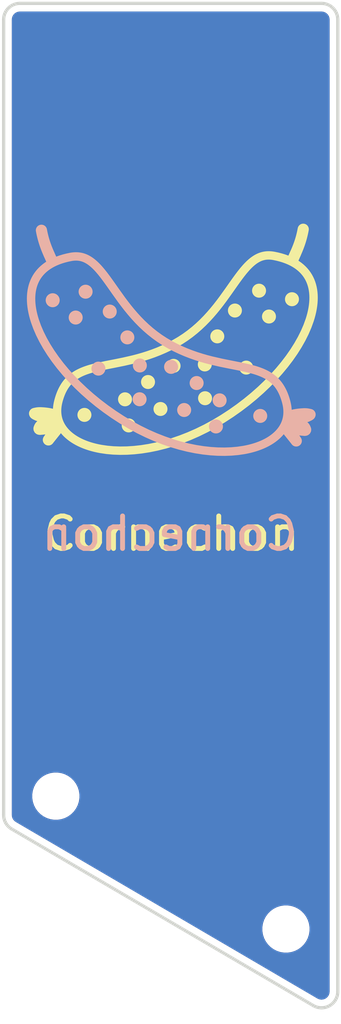
<source format=kicad_pcb>
(kicad_pcb (version 20241229) (generator "pcbnew") (generator_version "9.0")
  (title_block (title "Cornechon Shield") (date "2025-12-06") (rev "0.1"))
  (layers (0 "F.Cu" signal) (2 "B.Cu" signal) (13 "F.Paste" user) (15 "B.Paste" user) (5 "F.SilkS" user "F.Silkscreen") (7 "B.SilkS" user "B.Silkscreen") (1 "F.Mask" user) (3 "B.Mask" user) (25 "Edge.Cuts" user))
  (net 0 "")
  (footprint "kbd:M2-ClearanceHole" (layer "F.Cu") (at 185.1291 94.9227)
    (property "Reference" "H9" (hide yes))
    (property "Value" "MountingHole" (hide yes))
    (pad "" np_thru_hole circle (at 0 0) (size 2.4 2.4) (drill 2.4) (layers "*.Cu" "*.Mask"))
  )
  (footprint "kbd:M2-ClearanceHole" (layer "F.Cu") (at 199.286174 103.09629)
    (property "Reference" "H9" (hide yes))
    (property "Value" "MountingHole" (hide yes))
    (pad "" np_thru_hole circle (at 0.000027 -0.000025) (size 2.4 2.4) (drill 2.4) (layers "*.Cu" "*.Mask"))
  )
  (gr_curve (pts (xy 184.716648 72.938996) (xy 184.696495 72.967974) (xy 184.686408 72.987735) (xy 184.672523 73.006515)) (stroke (width 0.687916) (color 255 255 255 1)) (layer "F.SilkS"))
  (gr_poly (pts (xy 196.872091 68.130148) (xy 196.89309 68.132098) (xy 196.914085 68.135104) (xy 196.935041 68.139179) (xy 196.955921 68.144336) (xy 196.97669 68.15059) (xy 196.997313 68.157954) (xy 197.017753 68.166442) (xy 197.037737 68.175953) (xy 197.057009 68.18635) (xy 197.075554 68.1976) (xy 197.093358 68.209666) (xy 197.110409 68.222513) (xy 197.126691 68.236104) (xy 197.142192 68.250405) (xy 197.156897 68.265379) (xy 197.170794 68.280991) (xy 197.183867 68.297205) (xy 197.196105 68.313986) (xy 197.207492 68.331298) (xy 197.218016 68.349105) (xy 197.227662 68.367372) (xy 197.236418 68.386062) (xy 197.244268 68.405141) (xy 197.2512 68.424572) (xy 197.2572 68.44432) (xy 197.262254 68.46435) (xy 197.266348 68.484624) (xy 197.269469 68.505109) (xy 197.271604 68.525768) (xy 197.272737 68.546566) (xy 197.272857 68.567467) (xy 197.271948 68.588434) (xy 197.269998 68.609434) (xy 197.266992 68.630429) (xy 197.262917 68.651384) (xy 197.257759 68.672264) (xy 197.251505 68.693033) (xy 197.244141 68.713655) (xy 197.235653 68.734095) (xy 197.226143 68.75408) (xy 197.215745 68.773351) (xy 197.204496 68.791896) (xy 197.19243 68.809701) (xy 197.179584 68.826751) (xy 197.165992 68.843033) (xy 197.151692 68.858534) (xy 197.136718 68.873239) (xy 197.121106 68.887136) (xy 197.104892 68.90021) (xy 197.088111 68.912447) (xy 197.070799 68.923835) (xy 197.052992 68.934359) (xy 197.034726 68.944005) (xy 197.016035 68.952761) (xy 196.996957 68.960611) (xy 196.977526 68.967543) (xy 196.957777 68.973543) (xy 196.937748 68.978597) (xy 196.917473 68.982692) (xy 196.896988 68.985813) (xy 196.876329 68.987947) (xy 196.855531 68.989081) (xy 196.834631 68.989201) (xy 196.813663 68.988292) (xy 196.792663 68.986342) (xy 196.771668 68.983336) (xy 196.750712 68.979261) (xy 196.729832 68.974104) (xy 196.709063 68.96785) (xy 196.68844 68.960486) (xy 196.668 68.951998) (xy 196.648016 68.942487) (xy 196.628744 68.93209) (xy 196.610199 68.92084) (xy 196.592395 68.908774) (xy 196.575345 68.895927) (xy 196.559063 68.882336) (xy 196.543562 68.868035) (xy 196.528857 68.853061) (xy 196.51496 68.837449) (xy 196.501886 68.821235) (xy 196.489649 68.804454) (xy 196.478261 68.787142) (xy 196.467737 68.769335) (xy 196.458091 68.751068) (xy 196.449336 68.732378) (xy 196.441485 68.713299) (xy 196.434553 68.693868) (xy 196.428553 68.67412) (xy 196.4235 68.65409) (xy 196.419405 68.633816) (xy 196.416284 68.613331) (xy 196.41415 68.592672) (xy 196.413016 68.571874) (xy 196.412897 68.550973) (xy 196.413805 68.530006) (xy 196.415756 68.509006) (xy 196.418761 68.488011) (xy 196.422836 68.467056) (xy 196.427994 68.446176) (xy 196.434248 68.425407) (xy 196.441612 68.404785) (xy 196.4501 68.384345) (xy 196.45961 68.36436) (xy 196.470008 68.345089) (xy 196.481257 68.326544) (xy 196.493323 68.308739) (xy 196.506169 68.291689) (xy 196.519761 68.275407) (xy 196.534061 68.259906) (xy 196.549035 68.245201) (xy 196.564647 68.231304) (xy 196.580862 68.21823) (xy 196.597642 68.205993) (xy 196.614954 68.194605) (xy 196.632761 68.184081) (xy 196.651028 68.174435) (xy 196.669718 68.16568) (xy 196.688797 68.157829) (xy 196.708228 68.150897) (xy 196.727976 68.144897) (xy 196.748006 68.139843) (xy 196.768281 68.135748) (xy 196.788765 68.132627) (xy 196.809425 68.130493) (xy 196.830222 68.129359) (xy 196.851123 68.12924)) (fill yes) (layer "F.SilkS"))
  (gr_curve (pts (xy 184.232784 72.108904) (xy 184.159669 72.14005) (xy 184.121001 72.22683) (xy 184.094484 72.311219)) (stroke (width 0.687916) (color 255 255 255 1)) (layer "F.SilkS"))
  (gr_line (start 185.316041 72.250495) (end 185.22288 72.290118) (stroke (width 0.687916)) (layer "F.SilkS"))
  (gr_curve (pts (xy 184.172146 71.337251) (xy 184.025499 71.333279) (xy 183.904149 71.360778) (xy 183.821462 71.383083)) (stroke (width 0.687916) (color 255 255 255 1)) (layer "F.SilkS"))
  (gr_curve (pts (xy 184.914417 72.26126) (xy 184.971509 72.256084) (xy 185.027371 72.246367) (xy 185.080705 72.22057)) (stroke (width 0.687916) (color 255 255 255 1)) (layer "F.SilkS"))
  (gr_poly (pts (xy 198.271086 64.987935) (xy 198.292085 64.989886) (xy 198.313081 64.992891) (xy 198.334036 64.996966) (xy 198.354916 65.002124) (xy 198.375685 65.008378) (xy 198.396308 65.015742) (xy 198.416748 65.02423) (xy 198.436732 65.033741) (xy 198.456004 65.044138) (xy 198.474549 65.055388) (xy 198.492353 65.067454) (xy 198.509403 65.0803) (xy 198.525686 65.093891) (xy 198.541186 65.108192) (xy 198.555892 65.123166) (xy 198.569788 65.138778) (xy 198.582862 65.154992) (xy 198.5951 65.171773) (xy 198.606487 65.189085) (xy 198.617011 65.206892) (xy 198.626658 65.225158) (xy 198.635413 65.243849) (xy 198.643264 65.262928) (xy 198.650196 65.282359) (xy 198.656196 65.302107) (xy 198.66125 65.322136) (xy 198.665345 65.342411) (xy 198.668466 65.362896) (xy 198.6706 65.383555) (xy 198.671734 65.404353) (xy 198.671854 65.425254) (xy 198.670945 65.446221) (xy 198.668995 65.467221) (xy 198.665989 65.488216) (xy 198.661914 65.509172) (xy 198.656757 65.530052) (xy 198.650503 65.550821) (xy 198.643139 65.571443) (xy 198.634651 65.591883) (xy 198.625141 65.611868) (xy 198.614743 65.631139) (xy 198.603493 65.649684) (xy 198.591427 65.667488) (xy 198.578581 65.684538) (xy 198.56499 65.70082) (xy 198.550689 65.716321) (xy 198.535715 65.731026) (xy 198.520103 65.744923) (xy 198.503888 65.757997) (xy 198.487108 65.770234) (xy 198.469796 65.781622) (xy 198.451989 65.792145) (xy 198.433722 65.801792) (xy 198.415032 65.810547) (xy 198.395953 65.818397) (xy 198.376522 65.82533) (xy 198.356774 65.831329) (xy 198.336744 65.836383) (xy 198.316469 65.840478) (xy 198.295984 65.843599) (xy 198.275325 65.845733) (xy 198.254527 65.846867) (xy 198.233627 65.846986) (xy 198.212659 65.846078) (xy 198.191659 65.844127) (xy 198.170664 65.841122) (xy 198.149708 65.837047) (xy 198.128828 65.831889) (xy 198.108059 65.825635) (xy 198.087437 65.818271) (xy 198.066997 65.809783) (xy 198.047012 65.800273) (xy 198.02774 65.789875) (xy 198.009196 65.778626) (xy 197.991392 65.76656) (xy 197.974341 65.753713) (xy 197.958059 65.740122) (xy 197.942559 65.725822) (xy 197.927853 65.710847) (xy 197.913957 65.695235) (xy 197.900883 65.679021) (xy 197.888645 65.66224) (xy 197.877258 65.644928) (xy 197.866734 65.627121) (xy 197.857088 65.608855) (xy 197.848333 65.590164) (xy 197.840482 65.571086) (xy 197.83355 65.551654) (xy 197.82755 65.531906) (xy 197.822496 65.511877) (xy 197.818402 65.491602) (xy 197.81528 65.471117) (xy 197.813146 65.450458) (xy 197.812012 65.42966) (xy 197.811893 65.40876) (xy 197.812802 65.387792) (xy 197.814752 65.366792) (xy 197.817758 65.345797) (xy 197.821832 65.324842) (xy 197.82699 65.303961) (xy 197.833244 65.283192) (xy 197.840608 65.26257) (xy 197.849096 65.24213) (xy 197.858606 65.222146) (xy 197.869004 65.202874) (xy 197.880253 65.18433) (xy 197.892319 65.166525) (xy 197.905165 65.149475) (xy 197.918756 65.133193) (xy 197.933057 65.117692) (xy 197.948031 65.102987) (xy 197.963643 65.08909) (xy 197.979857 65.076017) (xy 197.996638 65.063779) (xy 198.01395 65.052392) (xy 198.031757 65.041868) (xy 198.050023 65.032221) (xy 198.068714 65.023466) (xy 198.087792 65.015616) (xy 198.107224 65.008684) (xy 198.126972 65.002684) (xy 198.147001 64.99763) (xy 198.167276 64.993535) (xy 198.187761 64.990414) (xy 198.20842 64.98828) (xy 198.229218 64.987146) (xy 198.250118 64.987027)) (fill yes) (layer "F.SilkS"))
  (gr_curve (pts (xy 185.080705 72.22057) (xy 185.103905 72.209376) (xy 185.110991 72.184524) (xy 185.086019 72.240623)) (stroke (width 0.687916) (color 255 255 255 1)) (layer "F.SilkS"))
  (gr_poly (pts (xy 197.660957 63.398503) (xy 197.681957 63.400453) (xy 197.702952 63.403459) (xy 197.723908 63.407534) (xy 197.744788 63.412691) (xy 197.765557 63.418946) (xy 197.786179 63.42631) (xy 197.806619 63.434798) (xy 197.826603 63.444308) (xy 197.845875 63.454706) (xy 197.86442 63.465955) (xy 197.882224 63.478021) (xy 197.899274 63.490868) (xy 197.915557 63.504459) (xy 197.931057 63.51876) (xy 197.945763 63.533734) (xy 197.959659 63.549346) (xy 197.972733 63.56556) (xy 197.984971 63.582341) (xy 197.996358 63.599653) (xy 198.006882 63.61746) (xy 198.016529 63.635726) (xy 198.025284 63.654417) (xy 198.033135 63.673495) (xy 198.040067 63.692927) (xy 198.046067 63.712675) (xy 198.051121 63.732704) (xy 198.055215 63.752979) (xy 198.058337 63.773464) (xy 198.060471 63.794123) (xy 198.061605 63.814921) (xy 198.061724 63.835821) (xy 198.060816 63.856789) (xy 198.058865 63.877788) (xy 198.05586 63.898784) (xy 198.051785 63.919739) (xy 198.046628 63.940619) (xy 198.040374 63.961388) (xy 198.03301 63.98201) (xy 198.024522 64.00245) (xy 198.015012 64.022435) (xy 198.004614 64.041707) (xy 197.993364 64.060251) (xy 197.981298 64.078056) (xy 197.968452 64.095106) (xy 197.95486 64.111388) (xy 197.94056 64.126889) (xy 197.925585 64.141594) (xy 197.909973 64.155491) (xy 197.893759 64.168565) (xy 197.876978 64.180802) (xy 197.859666 64.19219) (xy 197.841859 64.202714) (xy 197.823593 64.21236) (xy 197.804902 64.221115) (xy 197.785823 64.228966) (xy 197.766392 64.235898) (xy 197.746644 64.241898) (xy 197.726614 64.246952) (xy 197.706339 64.251046) (xy 197.685855 64.254168) (xy 197.665195 64.256302) (xy 197.644398 64.257436) (xy 197.623497 64.257555) (xy 197.602529 64.256646) (xy 197.58153 64.254696) (xy 197.560535 64.25169) (xy 197.539579 64.247616) (xy 197.518699 64.242458) (xy 197.49793 64.236204) (xy 197.477308 64.22884) (xy 197.456868 64.220352) (xy 197.436883 64.210842) (xy 197.417612 64.200444) (xy 197.399067 64.189194) (xy 197.381262 64.177128) (xy 197.364212 64.164282) (xy 197.34793 64.15069) (xy 197.332429 64.13639) (xy 197.317724 64.121416) (xy 197.303827 64.105804) (xy 197.290754 64.089589) (xy 197.278516 64.072808) (xy 197.267129 64.055497) (xy 197.256605 64.03769) (xy 197.246959 64.019423) (xy 197.238203 64.000733) (xy 197.230353 63.981654) (xy 197.223421 63.962223) (xy 197.217421 63.942475) (xy 197.212367 63.922445) (xy 197.208272 63.90217) (xy 197.205151 63.881685) (xy 197.203017 63.861026) (xy 197.201883 63.840229) (xy 197.201764 63.819328) (xy 197.202673 63.79836) (xy 197.204623 63.777361) (xy 197.207629 63.756366) (xy 197.211703 63.73541) (xy 197.216861 63.71453) (xy 197.223115 63.693761) (xy 197.230479 63.673139) (xy 197.238967 63.652699) (xy 197.248477 63.632714) (xy 197.258875 63.613443) (xy 197.270125 63.594898) (xy 197.28219 63.577094) (xy 197.295037 63.560044) (xy 197.308628 63.543761) (xy 197.322929 63.528261) (xy 197.337903 63.513555) (xy 197.353515 63.499659) (xy 197.369729 63.486585) (xy 197.38651 63.474347) (xy 197.403822 63.46296) (xy 197.421628 63.452436) (xy 197.439895 63.44279) (xy 197.458585 63.434034) (xy 197.477664 63.426184) (xy 197.497095 63.419252) (xy 197.516843 63.413252) (xy 197.536873 63.408198) (xy 197.557148 63.404103) (xy 197.577632 63.400982) (xy 197.598291 63.398848) (xy 197.619089 63.397714) (xy 197.63999 63.397595)) (fill yes) (layer "F.SilkS"))
  (gr_poly (pts (xy 194.322774 67.936398) (xy 194.343774 67.938348) (xy 194.364769 67.941354) (xy 194.385725 67.945429) (xy 194.406605 67.950587) (xy 194.427374 67.956841) (xy 194.447996 67.964205) (xy 194.468436 67.972693) (xy 194.488421 67.982203) (xy 194.507692 67.992601) (xy 194.526237 68.003851) (xy 194.544041 68.015916) (xy 194.561091 68.028763) (xy 194.577373 68.042354) (xy 194.592874 68.056655) (xy 194.607579 68.071629) (xy 194.621476 68.087241) (xy 194.63455 68.103455) (xy 194.646787 68.120236) (xy 194.658175 68.137548) (xy 194.668698 68.155355) (xy 194.678345 68.173621) (xy 194.6871 68.192311) (xy 194.694951 68.21139) (xy 194.701883 68.230821) (xy 194.707882 68.250569) (xy 194.712936 68.270599) (xy 194.717031 68.290874) (xy 194.720152 68.311358) (xy 194.722287 68.332018) (xy 194.72342 68.352815) (xy 194.72354 68.373716) (xy 194.722631 68.394683) (xy 194.720681 68.415683) (xy 194.717675 68.436678) (xy 194.7136 68.457633) (xy 194.708443 68.478513) (xy 194.702189 68.499282) (xy 194.694825 68.519904) (xy 194.686337 68.540344) (xy 194.676827 68.560329) (xy 194.666429 68.5796) (xy 194.655179 68.598145) (xy 194.643114 68.61595) (xy 194.630267 68.633) (xy 194.616676 68.649282) (xy 194.602375 68.664783) (xy 194.587401 68.679488) (xy 194.571789 68.693385) (xy 194.555575 68.706459) (xy 194.538794 68.718696) (xy 194.521482 68.730084) (xy 194.503675 68.740608) (xy 194.485409 68.750254) (xy 194.466718 68.75901) (xy 194.44764 68.76686) (xy 194.428208 68.773792) (xy 194.40846 68.779792) (xy 194.388431 68.784846) (xy 194.368156 68.788941) (xy 194.347671 68.792062) (xy 194.327012 68.794196) (xy 194.306214 68.79533) (xy 194.285314 68.79545) (xy 194.264346 68.794541) (xy 194.243347 68.792591) (xy 194.222351 68.789585) (xy 194.201396 68.78551) (xy 194.180516 68.780353) (xy 194.159747 68.774099) (xy 194.139125 68.766735) (xy 194.118685 68.758247) (xy 194.0987 68.748736) (xy 194.079429 68.738339) (xy 194.060884 68.727089) (xy 194.04308 68.715023) (xy 194.026029 68.702177) (xy 194.009747 68.688585) (xy 193.994246 68.674285) (xy 193.979541 68.659311) (xy 193.965644 68.643699) (xy 193.952571 68.627484) (xy 193.940333 68.610703) (xy 193.928945 68.593392) (xy 193.918422 68.575585) (xy 193.908775 68.557318) (xy 193.90002 68.538628) (xy 193.892169 68.519549) (xy 193.885237 68.500118) (xy 193.879237 68.48037) (xy 193.874183 68.46034) (xy 193.870089 68.440065) (xy 193.866967 68.41958) (xy 193.864833 68.398921) (xy 193.863699 68.378124) (xy 193.86358 68.357223) (xy 193.864489 68.336255) (xy 193.866439 68.315256) (xy 193.869445 68.29426) (xy 193.873519 68.273305) (xy 193.878677 68.252425) (xy 193.884931 68.231655) (xy 193.892295 68.211033) (xy 193.900783 68.190593) (xy 193.910293 68.170609) (xy 193.920691 68.151337) (xy 193.931941 68.132792) (xy 193.944006 68.114988) (xy 193.956853 68.097938) (xy 193.970444 68.081656) (xy 193.984745 68.066155) (xy 193.999719 68.05145) (xy 194.015331 68.037553) (xy 194.031545 68.024479) (xy 194.048326 68.012242) (xy 194.065638 68.000854) (xy 194.083445 67.990331) (xy 194.101711 67.980684) (xy 194.120402 67.971929) (xy 194.139481 67.964078) (xy 194.158912 67.957146) (xy 194.17866 67.951146) (xy 194.198689 67.946092) (xy 194.218964 67.941998) (xy 194.239449 67.938877) (xy 194.260108 67.936742) (xy 194.280906 67.935609) (xy 194.301807 67.935489)) (fill yes) (layer "F.SilkS"))
  (gr_poly (pts (xy 195.092224 66.208178) (xy 195.113224 66.210128) (xy 195.134219 66.213134) (xy 195.155175 66.217209) (xy 195.176055 66.222366) (xy 195.196824 66.22862) (xy 195.217446 66.235984) (xy 195.237886 66.244472) (xy 195.257871 66.253983) (xy 195.277142 66.26438) (xy 195.295687 66.27563) (xy 195.313491 66.287696) (xy 195.330542 66.300542) (xy 195.346824 66.314134) (xy 195.362325 66.328434) (xy 195.37703 66.343408) (xy 195.390927 66.35902) (xy 195.404 66.375235) (xy 195.416238 66.392015) (xy 195.427625 66.409327) (xy 195.438149 66.427134) (xy 195.447796 66.445401) (xy 195.456551 66.464091) (xy 195.464402 66.48317) (xy 195.471334 66.502601) (xy 195.477334 66.522349) (xy 195.482388 66.542379) (xy 195.486482 66.562654) (xy 195.489603 66.583139) (xy 195.491738 66.603798) (xy 195.492871 66.624595) (xy 195.492991 66.645496) (xy 195.492082 66.666464) (xy 195.490132 66.687463) (xy 195.487126 66.708459) (xy 195.483051 66.729414) (xy 195.477894 66.750294) (xy 195.47164 66.771063) (xy 195.464276 66.791685) (xy 195.455788 66.812125) (xy 195.446278 66.83211) (xy 195.43588 66.851382) (xy 195.42463 66.869926) (xy 195.412564 66.887731) (xy 195.399718 66.904781) (xy 195.386127 66.921063) (xy 195.371826 66.936564) (xy 195.356852 66.951269) (xy 195.34124 66.965166) (xy 195.325026 66.97824) (xy 195.308245 66.990477) (xy 195.290933 67.001865) (xy 195.273126 67.012388) (xy 195.25486 67.022035) (xy 195.236169 67.03079) (xy 195.21709 67.038641) (xy 195.197659 67.045573) (xy 195.177911 67.051573) (xy 195.157882 67.056627) (xy 195.137607 67.060721) (xy 195.117122 67.063842) (xy 195.096463 67.065977) (xy 195.075665 67.06711) (xy 195.054764 67.06723) (xy 195.033796 67.066321) (xy 195.012797 67.064371) (xy 194.991802 67.061365) (xy 194.970846 67.05729) (xy 194.949966 67.052133) (xy 194.929197 67.045879) (xy 194.908575 67.038515) (xy 194.888135 67.030027) (xy 194.86815 67.020516) (xy 194.848879 67.010119) (xy 194.830334 66.998869) (xy 194.81253 66.986803) (xy 194.795479 66.973957) (xy 194.779197 66.960365) (xy 194.763697 66.946065) (xy 194.748991 66.931091) (xy 194.735095 66.915479) (xy 194.722021 66.899264) (xy 194.709783 66.882484) (xy 194.698396 66.865172) (xy 194.687872 66.847365) (xy 194.678226 66.829098) (xy 194.66947 66.810408) (xy 194.66162 66.791329) (xy 194.654688 66.771898) (xy 194.648688 66.75215) (xy 194.643634 66.73212) (xy 194.63954 66.711845) (xy 194.636418 66.69136) (xy 194.634284 66.670701) (xy 194.63315 66.649904) (xy 194.633031 66.629003) (xy 194.63394 66.608035) (xy 194.63589 66.587036) (xy 194.638896 66.56604) (xy 194.642971 66.545085) (xy 194.648128 66.524205) (xy 194.654382 66.503436) (xy 194.661746 66.482814) (xy 194.670234 66.462374) (xy 194.679744 66.442389) (xy 194.690142 66.423117) (xy 194.701392 66.404573) (xy 194.713457 66.386768) (xy 194.726304 66.369718) (xy 194.739895 66.353436) (xy 194.754195 66.337935) (xy 194.769169 66.32323) (xy 194.784781 66.309333) (xy 194.800996 66.296259) (xy 194.817776 66.284022) (xy 194.835088 66.272634) (xy 194.852895 66.26211) (xy 194.871162 66.252464) (xy 194.889852 66.243709) (xy 194.908931 66.235858) (xy 194.928362 66.228926) (xy 194.94811 66.222926) (xy 194.968139 66.217872) (xy 194.988414 66.213778) (xy 195.008899 66.210656) (xy 195.029558 66.208522) (xy 195.050356 66.207388) (xy 195.071257 66.207269)) (fill yes) (layer "F.SilkS"))
  (gr_curve (pts (xy 185.086019 72.240623) (xy 184.929056 72.593163) (xy 184.832544 72.772332) (xy 184.716648 72.938996)) (stroke (width 0.687916) (color 255 255 255 1)) (layer "F.SilkS"))
  (gr_line (start 184.672523 73.006515) (end 185.13278 72.430076) (stroke (width 0.687916) (color 255 255 255 1)) (layer "F.SilkS"))
  (gr_curve (pts (xy 184.094484 72.311219) (xy 184.084407 72.343278) (xy 184.106962 72.357655) (xy 184.167045 72.353769)) (stroke (width 0.687916) (color 255 255 255 1)) (layer "F.SilkS"))
  (gr_poly (pts (xy 196.175901 64.619865) (xy 196.1969 64.621816) (xy 196.217895 64.624821) (xy 196.23885 64.628896) (xy 196.25973 64.634054) (xy 196.280499 64.640308) (xy 196.301121 64.647672) (xy 196.321561 64.65616) (xy 196.341546 64.66567) (xy 196.360818 64.676068) (xy 196.379362 64.687317) (xy 196.397167 64.699383) (xy 196.414217 64.71223) (xy 196.430499 64.725821) (xy 196.446 64.740122) (xy 196.460706 64.755096) (xy 196.474602 64.770708) (xy 196.487676 64.786922) (xy 196.499914 64.803703) (xy 196.511302 64.821015) (xy 196.521825 64.838822) (xy 196.531472 64.857088) (xy 196.540227 64.875779) (xy 196.548078 64.894857) (xy 196.55501 64.914289) (xy 196.56101 64.934037) (xy 196.566064 64.954066) (xy 196.570158 64.974341) (xy 196.57328 64.994826) (xy 196.575414 65.015485) (xy 196.576548 65.036283) (xy 196.576667 65.057183) (xy 196.575759 65.078151) (xy 196.573808 65.09915) (xy 196.570803 65.120145) (xy 196.566728 65.141101) (xy 196.56157 65.161981) (xy 196.555316 65.18275) (xy 196.547952 65.203372) (xy 196.539464 65.223812) (xy 196.529954 65.243797) (xy 196.519556 65.263068) (xy 196.508307 65.281613) (xy 196.496241 65.299418) (xy 196.483394 65.316468) (xy 196.469803 65.33275) (xy 196.455502 65.348251) (xy 196.440528 65.362956) (xy 196.424916 65.376853) (xy 196.408702 65.389927) (xy 196.391921 65.402164) (xy 196.374609 65.413552) (xy 196.356802 65.424075) (xy 196.338536 65.433722) (xy 196.319845 65.442477) (xy 196.300767 65.450328) (xy 196.281335 65.45726) (xy 196.261587 65.46326) (xy 196.241558 65.468314) (xy 196.221283 65.472408) (xy 196.200798 65.475529) (xy 196.180139 65.477664) (xy 196.159341 65.478797) (xy 196.138441 65.478917) (xy 196.117473 65.478008) (xy 196.096473 65.476058) (xy 196.075478 65.473052) (xy 196.054523 65.468977) (xy 196.033642 65.46382) (xy 196.012873 65.457566) (xy 195.992251 65.450201) (xy 195.971811 65.441713) (xy 195.951827 65.432203) (xy 195.932555 65.421806) (xy 195.91401 65.410556) (xy 195.896206 65.39849) (xy 195.879156 65.385644) (xy 195.862874 65.372052) (xy 195.847373 65.357752) (xy 195.832667 65.342778) (xy 195.818771 65.327166) (xy 195.805697 65.310951) (xy 195.79346 65.294171) (xy 195.782072 65.276859) (xy 195.771548 65.259052) (xy 195.761902 65.240785) (xy 195.753147 65.222095) (xy 195.745296 65.203016) (xy 195.738364 65.183585) (xy 195.732364 65.163837) (xy 195.72731 65.143807) (xy 195.723216 65.123532) (xy 195.720095 65.103048) (xy 195.71796 65.082388) (xy 195.716827 65.061591) (xy 195.716707 65.04069) (xy 195.717616 65.019722) (xy 195.719566 64.998723) (xy 195.722572 64.977728) (xy 195.726647 64.956772) (xy 195.731805 64.935892) (xy 195.738059 64.915123) (xy 195.745423 64.894501) (xy 195.753911 64.874061) (xy 195.763421 64.854076) (xy 195.773819 64.834805) (xy 195.785068 64.81626) (xy 195.797134 64.798455) (xy 195.809981 64.781405) (xy 195.823572 64.765123) (xy 195.837873 64.749622) (xy 195.852847 64.734917) (xy 195.868459 64.72102) (xy 195.884673 64.707947) (xy 195.901454 64.695709) (xy 195.918766 64.684322) (xy 195.936572 64.673798) (xy 195.954839 64.664151) (xy 195.973529 64.655396) (xy 195.992608 64.647546) (xy 196.012039 64.640614) (xy 196.031787 64.634614) (xy 196.051816 64.62956) (xy 196.072091 64.625465) (xy 196.092576 64.622344) (xy 196.113235 64.62021) (xy 196.134032 64.619076) (xy 196.154933 64.618957)) (fill yes) (layer "F.SilkS"))
  (gr_curve (pts (xy 183.821462 71.383083) (xy 183.808625 71.386558) (xy 183.83154 71.421556) (xy 184.011609 71.495867)) (stroke (width 0.687916) (color 255 255 255 1)) (layer "F.SilkS"))
  (gr_poly (pts (xy 199.686185 63.923693) (xy 199.707184 63.925643) (xy 199.72818 63.928649) (xy 199.749135 63.932724) (xy 199.770015 63.937881) (xy 199.790784 63.944135) (xy 199.811406 63.9515) (xy 199.831846 63.959988) (xy 199.851831 63.969498) (xy 199.871102 63.979895) (xy 199.889647 63.991145) (xy 199.907452 64.003211) (xy 199.924502 64.016057) (xy 199.940784 64.029649) (xy 199.956285 64.043949) (xy 199.970991 64.058923) (xy 199.984887 64.074535) (xy 199.997961 64.09075) (xy 200.010198 64.107531) (xy 200.021586 64.124842) (xy 200.03211 64.142649) (xy 200.041756 64.160916) (xy 200.050512 64.179606) (xy 200.058362 64.198685) (xy 200.065294 64.218116) (xy 200.071294 64.237865) (xy 200.076348 64.257894) (xy 200.080442 64.278169) (xy 200.083564 64.298654) (xy 200.085698 64.319313) (xy 200.086832 64.340111) (xy 200.086951 64.361011) (xy 200.086042 64.381979) (xy 200.084092 64.402979) (xy 200.081086 64.423974) (xy 200.077012 64.44493) (xy 200.071854 64.46581) (xy 200.0656 64.486579) (xy 200.058236 64.507201) (xy 200.049748 64.527641) (xy 200.040238 64.547625) (xy 200.02984 64.566897) (xy 200.01859 64.585442) (xy 200.006524 64.603246) (xy 199.993678 64.620296) (xy 199.980087 64.636578) (xy 199.965786 64.652079) (xy 199.950812 64.666785) (xy 199.9352 64.680681) (xy 199.918986 64.693755) (xy 199.902205 64.705992) (xy 199.884893 64.71738) (xy 199.867087 64.727904) (xy 199.84882 64.73755) (xy 199.83013 64.746305) (xy 199.811051 64.754156) (xy 199.79162 64.761088) (xy 199.771872 64.767088) (xy 199.751842 64.772142) (xy 199.731567 64.776236) (xy 199.711083 64.779357) (xy 199.690423 64.781492) (xy 199.669626 64.782625) (xy 199.648725 64.782745) (xy 199.627758 64.781836) (xy 199.606758 64.779886) (xy 199.585763 64.77688) (xy 199.564807 64.772805) (xy 199.543927 64.767648) (xy 199.523158 64.761394) (xy 199.502536 64.75403) (xy 199.482096 64.745542) (xy 199.462112 64.736031) (xy 199.44284 64.725634) (xy 199.424295 64.714384) (xy 199.406491 64.702318) (xy 199.389441 64.689472) (xy 199.373158 64.67588) (xy 199.357658 64.66158) (xy 199.342952 64.646606) (xy 199.329056 64.630994) (xy 199.315982 64.614779) (xy 199.303744 64.597999) (xy 199.292357 64.580687) (xy 199.281833 64.56288) (xy 199.272186 64.544613) (xy 199.263431 64.525923) (xy 199.255581 64.506844) (xy 199.248648 64.487413) (xy 199.242649 64.467665) (xy 199.237594 64.447636) (xy 199.2335 64.427361) (xy 199.230379 64.406876) (xy 199.228244 64.386217) (xy 199.227111 64.365419) (xy 199.226991 64.344519) (xy 199.2279 64.323551) (xy 199.22985 64.302552) (xy 199.232856 64.281556) (xy 199.236931 64.260601) (xy 199.242088 64.239721) (xy 199.248342 64.218952) (xy 199.255706 64.19833) (xy 199.264194 64.17789) (xy 199.273704 64.157905) (xy 199.284102 64.138634) (xy 199.295352 64.120089) (xy 199.307418 64.102284) (xy 199.320264 64.085234) (xy 199.333855 64.068952) (xy 199.348156 64.053451) (xy 199.36313 64.038746) (xy 199.378742 64.024849) (xy 199.394956 64.011775) (xy 199.411737 63.999538) (xy 199.429049 63.98815) (xy 199.446856 63.977626) (xy 199.465123 63.96798) (xy 199.483813 63.959224) (xy 199.502892 63.951374) (xy 199.522323 63.944442) (xy 199.542071 63.938442) (xy 199.5621 63.933388) (xy 199.582375 63.929293) (xy 199.60286 63.926172) (xy 199.623519 63.924038) (xy 199.644317 63.922904) (xy 199.665217 63.922785)) (fill yes) (layer "F.SilkS"))
  (gr_curve (pts (xy 199.737199 61.847046) (xy 199.744887 61.829762) (xy 199.752591 61.812478) (xy 199.871961 61.544345)) (stroke (width 0.687916) (color 255 255 255 1)) (layer "F.SilkS"))
  (gr_curve (pts (xy 185.22288 72.290118) (xy 185.243793 72.274383) (xy 185.269091 72.267194) (xy 185.316041 72.250495)) (stroke (width 0.687916) (color 255 255 255 1)) (layer "F.SilkS"))
  (gr_curve (pts (xy 184.011609 71.495867) (xy 184.191678 71.570179) (xy 184.535118 71.692354) (xy 184.725853 71.755297)) (stroke (width 0.687916) (color 255 255 255 1)) (layer "F.SilkS"))
  (gr_poly (pts (xy 186.916921 71.039761) (xy 186.937921 71.041711) (xy 186.958916 71.044717) (xy 186.979872 71.048792) (xy 187.000752 71.053949) (xy 187.021521 71.060203) (xy 187.042143 71.067567) (xy 187.062583 71.076055) (xy 187.082568 71.085565) (xy 187.101839 71.095963) (xy 187.120384 71.107213) (xy 187.138188 71.119279) (xy 187.155238 71.132125) (xy 187.171521 71.145716) (xy 187.187021 71.160017) (xy 187.201727 71.174991) (xy 187.215623 71.190603) (xy 187.228697 71.206818) (xy 187.240935 71.223598) (xy 187.252322 71.24091) (xy 187.262846 71.258717) (xy 187.272492 71.276984) (xy 187.281248 71.295674) (xy 187.289098 71.314753) (xy 187.29603 71.334184) (xy 187.30203 71.353932) (xy 187.307084 71.373962) (xy 187.311179 71.394236) (xy 187.3143 71.414721) (xy 187.316434 71.43538) (xy 187.317568 71.456178) (xy 187.317687 71.477079) (xy 187.316779 71.498046) (xy 187.314828 71.519046) (xy 187.311823 71.540041) (xy 187.307748 71.560997) (xy 187.30259 71.581877) (xy 187.296336 71.602646) (xy 187.288972 71.623268) (xy 187.280484 71.643708) (xy 187.270974 71.663692) (xy 187.260576 71.682964) (xy 187.249326 71.701509) (xy 187.237261 71.719313) (xy 187.224414 71.736363) (xy 187.210823 71.752646) (xy 187.196522 71.768146) (xy 187.181548 71.782852) (xy 187.165936 71.796748) (xy 187.149722 71.809822) (xy 187.132941 71.82206) (xy 187.115629 71.833447) (xy 187.097822 71.843971) (xy 187.079556 71.853617) (xy 187.060865 71.862373) (xy 187.041787 71.870223) (xy 187.022356 71.877155) (xy 187.002607 71.883155) (xy 186.982578 71.888209) (xy 186.962303 71.892304) (xy 186.941818 71.895425) (xy 186.921159 71.897559) (xy 186.900362 71.898693) (xy 186.879461 71.898813) (xy 186.858493 71.897904) (xy 186.837494 71.895954) (xy 186.816499 71.892948) (xy 186.795543 71.888873) (xy 186.774663 71.883716) (xy 186.753894 71.877462) (xy 186.733272 71.870098) (xy 186.712832 71.86161) (xy 186.692847 71.852099) (xy 186.673576 71.841702) (xy 186.655031 71.830452) (xy 186.637226 71.818386) (xy 186.620176 71.80554) (xy 186.603894 71.791948) (xy 186.588393 71.777648) (xy 186.573688 71.762674) (xy 186.559791 71.747062) (xy 186.546717 71.730847) (xy 186.53448 71.714067) (xy 186.523092 71.696755) (xy 186.512568 71.678948) (xy 186.502922 71.660681) (xy 186.494167 71.641991) (xy 186.486316 71.622912) (xy 186.479384 71.603481) (xy 186.473384 71.583733) (xy 186.46833 71.563703) (xy 186.464236 71.543428) (xy 186.461114 71.522943) (xy 186.45898 71.502284) (xy 186.457846 71.481487) (xy 186.457727 71.460586) (xy 186.458635 71.439618) (xy 186.460586 71.418619) (xy 186.463592 71.397623) (xy 186.467666 71.376668) (xy 186.472824 71.355788) (xy 186.479078 71.335019) (xy 186.486442 71.314397) (xy 186.49493 71.293957) (xy 186.50444 71.273972) (xy 186.514838 71.2547) (xy 186.526088 71.236156) (xy 186.538154 71.218351) (xy 186.551 71.201301) (xy 186.564591 71.185019) (xy 186.578892 71.169518) (xy 186.593866 71.154813) (xy 186.609478 71.140916) (xy 186.625692 71.127842) (xy 186.642473 71.115605) (xy 186.659785 71.104217) (xy 186.677592 71.093694) (xy 186.695858 71.084047) (xy 186.714549 71.075292) (xy 186.733628 71.067441) (xy 186.753059 71.060509) (xy 186.772807 71.05451) (xy 186.792836 71.049456) (xy 186.813111 71.045361) (xy 186.833596 71.04224) (xy 186.854255 71.040105) (xy 186.875053 71.038972) (xy 186.895954 71.038852)) (fill yes) (layer "F.SilkS"))
  (gr_curve (pts (xy 184.167045 72.353769) (xy 184.508993 72.33167) (xy 184.745518 72.276566) (xy 184.914417 72.26126)) (stroke (width 0.687916) (color 255 255 255 1)) (layer "F.SilkS"))
  (gr_poly (pts (xy 198.271426 61.657264) (xy 198.363046 61.662642) (xy 198.457207 61.6733) (xy 198.55405 61.689341) (xy 198.765753 61.734265) (xy 198.966535 61.785879) (xy 199.156573 61.843966) (xy 199.336046 61.90831) (xy 199.50513 61.978695) (xy 199.664004 62.054905) (xy 199.812845 62.136723) (xy 199.951831 62.223934) (xy 200.081139 62.31632) (xy 200.200947 62.413666) (xy 200.311432 62.515755) (xy 200.412773 62.622372) (xy 200.505147 62.733299) (xy 200.588731 62.848321) (xy 200.663703 62.967221) (xy 200.730241 63.089784) (xy 200.789543 63.218099) (xy 200.841047 63.351127) (xy 200.884761 63.48874) (xy 200.920689 63.630807) (xy 200.94884 63.7772) (xy 200.969218 63.927789) (xy 200.981831 64.082443) (xy 200.986684 64.241034) (xy 200.983783 64.403432) (xy 200.973136 64.569508) (xy 200.954749 64.739132) (xy 200.928627 64.912174) (xy 200.894777 65.088505) (xy 200.853205 65.267995) (xy 200.803919 65.450516) (xy 200.746923 65.635936) (xy 200.610137 66.01394) (xy 200.443938 66.398785) (xy 200.248979 66.789051) (xy 200.025911 67.183319) (xy 199.775388 67.580169) (xy 199.498063 67.97818) (xy 199.194588 68.375933) (xy 198.865617 68.772008) (xy 198.511801 69.164985) (xy 198.133795 69.553443) (xy 197.732249 69.935963) (xy 197.307819 70.311125) (xy 196.861155 70.677509) (xy 196.392911 71.033695) (xy 195.90374 71.378263) (xy 195.394295 71.709793) (xy 194.876578 72.018757) (xy 194.359628 72.299089) (xy 193.844677 72.551409) (xy 193.332957 72.776336) (xy 192.825704 72.974488) (xy 192.324148 73.146486) (xy 191.829525 73.292948) (xy 191.343066 73.414493) (xy 190.866005 73.51174) (xy 190.399575 73.58531) (xy 189.945009 73.63582) (xy 189.503541 73.663891) (xy 189.076403 73.670141) (xy 188.664829 73.655189) (xy 188.270052 73.619655) (xy 187.893304 73.564158) (xy 187.712094 73.529127) (xy 187.536325 73.489465) (xy 187.366105 73.445279) (xy 187.201537 73.396679) (xy 187.042729 73.343772) (xy 186.889784 73.286668) (xy 186.742808 73.225475) (xy 186.601908 73.160301) (xy 186.467188 73.091256) (xy 186.338753 73.018448) (xy 186.21671 72.941985) (xy 186.101164 72.861976) (xy 185.99222 72.778529) (xy 185.889984 72.691754) (xy 185.79456 72.601759) (xy 185.706056 72.508653) (xy 185.625943 72.414276) (xy 185.552292 72.316596) (xy 185.485258 72.215639) (xy 185.424998 72.11143) (xy 185.371665 72.003995) (xy 185.325417 71.893359) (xy 185.286409 71.779547) (xy 185.254795 71.662586) (xy 185.230733 71.5425) (xy 185.214377 71.419315) (xy 185.205883 71.293057) (xy 185.205406 71.163751) (xy 185.213103 71.031422) (xy 185.229128 70.896096) (xy 185.253638 70.757799) (xy 185.286788 70.616555) (xy 185.324103 70.483217) (xy 185.364163 70.356324) (xy 185.406917 70.235673) (xy 185.452313 70.121059) (xy 185.5003 70.012277) (xy 185.550826 69.909122) (xy 185.60384 69.811391) (xy 185.65929 69.718878) (xy 185.717126 69.631378) (xy 185.777295 69.548688) (xy 185.839746 69.470602) (xy 185.904428 69.396915) (xy 185.971289 69.327424) (xy 186.040277 69.261923) (xy 186.111343 69.200208) (xy 186.184433 69.142075) (xy 186.261344 69.08602) (xy 186.340852 69.032912) (xy 186.42297 68.982601) (xy 186.50771 68.934935) (xy 186.595086 68.889763) (xy 186.685109 68.846935) (xy 186.777794 68.8063) (xy 186.873151 68.767706) (xy 186.971195 68.731003) (xy 187.071939 68.69604) (xy 187.175394 68.662667) (xy 187.281573 68.630731) (xy 187.502157 68.57057) (xy 187.733793 68.514351) (xy 188.221059 68.41077) (xy 188.745015 68.308089) (xy 189.301893 68.195155) (xy 189.887927 68.060818) (xy 190.190699 67.982138) (xy 190.499347 67.893926) (xy 190.8134 67.794787) (xy 191.132388 67.683328) (xy 191.455838 67.558154) (xy 191.78328 67.417872) (xy 192.114244 67.261088) (xy 192.448258 67.086408) (xy 192.777968 66.894251) (xy 193.089543 66.690908) (xy 193.383923 66.477691) (xy 193.662047 66.25591) (xy 193.924855 66.026874) (xy 194.173285 65.791895) (xy 194.408278 65.552284) (xy 194.630772 65.30935) (xy 194.841708 65.064403) (xy 195.042023 64.818756) (xy 195.232659 64.573717) (xy 195.414553 64.330598) (xy 195.755877 63.85536) (xy 196.073509 63.403526) (xy 196.227696 63.186945) (xy 196.377626 62.981447) (xy 196.524361 62.787738) (xy 196.668966 62.606529) (xy 196.812506 62.438527) (xy 196.884208 62.3597) (xy 196.956044 62.28444) (xy 197.028144 62.212837) (xy 197.100644 62.144978) (xy 197.173675 62.080952) (xy 197.24737 62.020848) (xy 197.318802 61.966983) (xy 197.39094 61.917056) (xy 197.463925 61.87117) (xy 197.537898 61.829427) (xy 197.613001 61.791932) (xy 197.689375 61.758787) (xy 197.76716 61.730096) (xy 197.846499 61.705963) (xy 197.927531 61.686489) (xy 198.010399 61.671779) (xy 198.095244 61.661936) (xy 198.182205 61.657063)) (stroke (width 0.515937) (color 255 255 255 1)) (fill no) (layer "F.SilkS"))
  (gr_poly (pts (xy 191.596938 70.676129) (xy 191.617938 70.678079) (xy 191.638933 70.681085) (xy 191.659888 70.68516) (xy 191.680768 70.690317) (xy 191.701537 70.696571) (xy 191.722159 70.703935) (xy 191.742599 70.712423) (xy 191.762584 70.721934) (xy 191.781856 70.732331) (xy 191.8004 70.743581) (xy 191.818205 70.755647) (xy 191.835255 70.768493) (xy 191.851537 70.782085) (xy 191.867038 70.796385) (xy 191.881743 70.811359) (xy 191.89564 70.826971) (xy 191.908714 70.843186) (xy 191.920951 70.859966) (xy 191.932339 70.877278) (xy 191.942863 70.895085) (xy 191.952509 70.913352) (xy 191.961264 70.932042) (xy 191.969115 70.951121) (xy 191.976047 70.970552) (xy 191.982047 70.9903) (xy 191.987101 71.01033) (xy 191.991195 71.030605) (xy 191.994317 71.05109) (xy 191.996451 71.071749) (xy 191.997585 71.092546) (xy 191.997704 71.113447) (xy 191.996795 71.134415) (xy 191.994845 71.155414) (xy 191.991839 71.176409) (xy 191.987764 71.197365) (xy 191.982607 71.218245) (xy 191.976353 71.239014) (xy 191.968989 71.259636) (xy 191.9605 71.280076) (xy 191.95099 71.300061) (xy 191.940593 71.319333) (xy 191.929343 71.337877) (xy 191.917277 71.355682) (xy 191.904431 71.372732) (xy 191.89084 71.389014) (xy 191.876539 71.404515) (xy 191.861565 71.41922) (xy 191.845953 71.433117) (xy 191.829739 71.44619) (xy 191.812958 71.458428) (xy 191.795646 71.469815) (xy 191.777839 71.480339) (xy 191.759573 71.489986) (xy 191.740882 71.498741) (xy 191.721804 71.506591) (xy 191.702372 71.513523) (xy 191.682624 71.519523) (xy 191.662595 71.524577) (xy 191.64232 71.528672) (xy 191.621835 71.531793) (xy 191.601176 71.533927) (xy 191.580378 71.535061) (xy 191.559478 71.53518) (xy 191.53851 71.534271) (xy 191.51751 71.532321) (xy 191.496515 71.529315) (xy 191.475559 71.525241) (xy 191.454679 71.520083) (xy 191.43391 71.513829) (xy 191.413288 71.506465) (xy 191.392848 71.497977) (xy 191.372864 71.488467) (xy 191.353592 71.478069) (xy 191.335047 71.466819) (xy 191.317243 71.454754) (xy 191.300193 71.441907) (xy 191.283911 71.428316) (xy 191.26841 71.414015) (xy 191.253705 71.399041) (xy 191.239808 71.383429) (xy 191.226734 71.367215) (xy 191.214497 71.350434) (xy 191.203109 71.333123) (xy 191.192586 71.315316) (xy 191.182939 71.297049) (xy 191.174184 71.278359) (xy 191.166333 71.25928) (xy 191.159401 71.239849) (xy 191.153401 71.220101) (xy 191.148347 71.200071) (xy 191.144253 71.179796) (xy 191.141132 71.159312) (xy 191.138997 71.138653) (xy 191.137863 71.117855) (xy 191.137744 71.096954) (xy 191.138653 71.075987) (xy 191.140603 71.054987) (xy 191.143609 71.033992) (xy 191.147683 71.013036) (xy 191.152841 70.992156) (xy 191.159095 70.971387) (xy 191.166459 70.950765) (xy 191.174947 70.930325) (xy 191.184457 70.91034) (xy 191.194855 70.891069) (xy 191.206105 70.872524) (xy 191.21817 70.854719) (xy 191.231017 70.837669) (xy 191.244608 70.821387) (xy 191.258909 70.805886) (xy 191.273883 70.791181) (xy 191.289495 70.777284) (xy 191.305709 70.76421) (xy 191.32249 70.751973) (xy 191.339802 70.740585) (xy 191.357609 70.730061) (xy 191.375875 70.720415) (xy 191.394566 70.71166) (xy 191.413645 70.703809) (xy 191.433076 70.696877) (xy 191.452824 70.690877) (xy 191.472853 70.685823) (xy 191.493128 70.681729) (xy 191.513613 70.678608) (xy 191.534272 70.676473) (xy 191.55507 70.67534) (xy 191.575971 70.67522)) (fill yes) (layer "F.SilkS"))
  (gr_poly (pts (xy 194.338887 70.014371) (xy 194.359887 70.016321) (xy 194.380882 70.019327) (xy 194.401837 70.023401) (xy 194.422717 70.028559) (xy 194.443486 70.034813) (xy 194.464108 70.042177) (xy 194.484548 70.050665) (xy 194.504533 70.060175) (xy 194.523804 70.070573) (xy 194.542349 70.081822) (xy 194.560154 70.093888) (xy 194.577204 70.106734) (xy 194.593486 70.120326) (xy 194.608987 70.134626) (xy 194.623692 70.1496) (xy 194.637589 70.165212) (xy 194.650663 70.181426) (xy 194.6629 70.198207) (xy 194.674288 70.215519) (xy 194.684811 70.233326) (xy 194.694458 70.251593) (xy 194.703213 70.270283) (xy 194.711064 70.289362) (xy 194.717996 70.308793) (xy 194.723996 70.328541) (xy 194.72905 70.34857) (xy 194.733144 70.368845) (xy 194.736266 70.38933) (xy 194.7384 70.409989) (xy 194.739534 70.430787) (xy 194.739653 70.451688) (xy 194.738744 70.472656) (xy 194.736794 70.493655) (xy 194.733788 70.51465) (xy 194.729714 70.535606) (xy 194.724556 70.556486) (xy 194.718302 70.577255) (xy 194.710938 70.597877) (xy 194.70245 70.618317) (xy 194.69294 70.638302) (xy 194.682542 70.657573) (xy 194.671292 70.676118) (xy 194.659227 70.693922) (xy 194.64638 70.710973) (xy 194.632789 70.727255) (xy 194.618488 70.742756) (xy 194.603514 70.757461) (xy 194.587902 70.771358) (xy 194.571688 70.784431) (xy 194.554907 70.796669) (xy 194.537595 70.808057) (xy 194.519788 70.81858) (xy 194.501522 70.828227) (xy 194.482831 70.836982) (xy 194.463753 70.844833) (xy 194.444321 70.851765) (xy 194.424573 70.857765) (xy 194.404544 70.862819) (xy 194.384269 70.866913) (xy 194.363784 70.870034) (xy 194.343125 70.872169) (xy 194.322327 70.873302) (xy 194.301427 70.873422) (xy 194.280459 70.872513) (xy 194.25946 70.870563) (xy 194.238465 70.867557) (xy 194.217509 70.863482) (xy 194.196629 70.858325) (xy 194.17586 70.852071) (xy 194.155238 70.844707) (xy 194.134798 70.836219) (xy 194.114814 70.826709) (xy 194.095542 70.816311) (xy 194.076997 70.805061) (xy 194.059193 70.792995) (xy 194.042143 70.780149) (xy 194.025861 70.766558) (xy 194.01036 70.752257) (xy 193.995654 70.737283) (xy 193.981758 70.721671) (xy 193.968684 70.705457) (xy 193.956447 70.688676) (xy 193.945059 70.671364) (xy 193.934535 70.653557) (xy 193.924889 70.635291) (xy 193.916134 70.6166) (xy 193.908283 70.597521) (xy 193.901351 70.57809) (xy 193.895351 70.558342) (xy 193.890297 70.538313) (xy 193.886203 70.518038) (xy 193.883082 70.497553) (xy 193.880947 70.476894) (xy 193.879814 70.456096) (xy 193.879694 70.435195) (xy 193.880603 70.414227) (xy 193.882553 70.393228) (xy 193.885559 70.372233) (xy 193.889634 70.351277) (xy 193.894792 70.330397) (xy 193.901046 70.309628) (xy 193.90841 70.289006) (xy 193.916898 70.268566) (xy 193.926408 70.248581) (xy 193.936805 70.22931) (xy 193.948055 70.210765) (xy 193.960121 70.192961) (xy 193.972967 70.175911) (xy 193.986558 70.159629) (xy 194.000859 70.144128) (xy 194.015833 70.129423) (xy 194.031445 70.115526) (xy 194.047659 70.102452) (xy 194.06444 70.090215) (xy 194.081751 70.078827) (xy 194.099558 70.068304) (xy 194.117825 70.058657) (xy 194.136515 70.049902) (xy 194.155594 70.042051) (xy 194.175025 70.035119) (xy 194.194773 70.029119) (xy 194.214803 70.024065) (xy 194.235078 70.019971) (xy 194.255562 70.01685) (xy 194.276221 70.014715) (xy 194.297019 70.013581) (xy 194.31792 70.013462)) (fill yes) (layer "F.SilkS"))
  (gr_curve (pts (xy 185.094756 71.838536) (xy 185.264568 71.834873) (xy 184.533644 71.980727) (xy 184.232784 72.108904)) (stroke (width 0.687916) (color 255 255 255 1)) (layer "F.SilkS"))
  (gr_line (start 199.737199 61.847046) (end 199.871961 61.544345) (stroke (width 0.687916)) (layer "F.SilkS"))
  (gr_poly (pts (xy 189.640556 71.687641) (xy 189.661555 71.689592) (xy 189.682551 71.692597) (xy 189.703506 71.696672) (xy 189.724386 71.70183) (xy 189.745155 71.708084) (xy 189.765777 71.715448) (xy 189.786217 71.723936) (xy 189.806202 71.733446) (xy 189.825473 71.743844) (xy 189.844018 71.755094) (xy 189.861822 71.767159) (xy 189.878873 71.780006) (xy 189.895155 71.793597) (xy 189.910656 71.807898) (xy 189.925361 71.822872) (xy 189.939258 71.838484) (xy 189.952331 71.854698) (xy 189.964569 71.871479) (xy 189.975957 71.88879) (xy 189.98648 71.906597) (xy 189.996127 71.924864) (xy 190.004882 71.943554) (xy 190.012733 71.962633) (xy 190.019665 71.982064) (xy 190.025665 72.001812) (xy 190.030719 72.021842) (xy 190.034813 72.042116) (xy 190.037935 72.062601) (xy 190.040069 72.08326) (xy 190.041203 72.104058) (xy 190.041322 72.124959) (xy 190.040413 72.145926) (xy 190.038463 72.166926) (xy 190.035457 72.187921) (xy 190.031383 72.208876) (xy 190.026225 72.229757) (xy 190.019971 72.250526) (xy 190.012607 72.271148) (xy 190.004119 72.291588) (xy 189.994609 72.311572) (xy 189.984211 72.330844) (xy 189.972961 72.349389) (xy 189.960895 72.367193) (xy 189.948049 72.384244) (xy 189.934458 72.400526) (xy 189.920157 72.416027) (xy 189.905183 72.430732) (xy 189.889571 72.444629) (xy 189.873357 72.457703) (xy 189.856576 72.46994) (xy 189.839264 72.481328) (xy 189.821457 72.491852) (xy 189.80319 72.501498) (xy 189.7845 72.510253) (xy 189.765421 72.518104) (xy 189.74599 72.525036) (xy 189.726242 72.531036) (xy 189.706212 72.53609) (xy 189.685937 72.540184) (xy 189.665453 72.543305) (xy 189.644793 72.54544) (xy 189.623996 72.546573) (xy 189.603095 72.546693) (xy 189.582127 72.545784) (xy 189.561128 72.543834) (xy 189.540133 72.540828) (xy 189.519177 72.536753) (xy 189.498297 72.531596) (xy 189.477528 72.525342) (xy 189.456906 72.517978) (xy 189.436466 72.50949) (xy 189.416481 72.499979) (xy 189.39721 72.489581) (xy 189.378665 72.478332) (xy 189.360861 72.466266) (xy 189.343811 72.453419) (xy 189.327529 72.439828) (xy 189.312028 72.425527) (xy 189.297322 72.410553) (xy 189.283426 72.394941) (xy 189.270352 72.378727) (xy 189.258115 72.361946) (xy 189.246727 72.344634) (xy 189.236203 72.326827) (xy 189.226557 72.308561) (xy 189.217802 72.28987) (xy 189.209951 72.270791) (xy 189.203019 72.25136) (xy 189.197019 72.231612) (xy 189.191965 72.211583) (xy 189.18787 72.191308) (xy 189.184749 72.170823) (xy 189.182615 72.150164) (xy 189.181481 72.129366) (xy 189.181362 72.108465) (xy 189.18227 72.087497) (xy 189.184221 72.066498) (xy 189.187226 72.045503) (xy 189.191301 72.024547) (xy 189.196459 72.003667) (xy 189.202713 71.982898) (xy 189.210077 71.962275) (xy 189.218565 71.941835) (xy 189.228075 71.921851) (xy 189.238473 71.902579) (xy 189.249722 71.884034) (xy 189.261788 71.86623) (xy 189.274635 71.84918) (xy 189.288226 71.832898) (xy 189.302527 71.817397) (xy 189.317501 71.802692) (xy 189.333113 71.788795) (xy 189.349327 71.775722) (xy 189.366108 71.763484) (xy 189.38342 71.752097) (xy 189.401227 71.741573) (xy 189.419494 71.731927) (xy 189.438184 71.723171) (xy 189.457263 71.715321) (xy 189.476694 71.708389) (xy 189.496442 71.702389) (xy 189.516471 71.697335) (xy 189.536746 71.693241) (xy 189.557231 71.69012) (xy 189.57789 71.687986) (xy 189.598688 71.686852) (xy 189.619588 71.686733)) (fill yes) (layer "F.SilkS"))
  (gr_curve (pts (xy 184.978389 71.466958) (xy 184.86746 71.405097) (xy 184.514622 71.346521) (xy 184.172146 71.337251)) (stroke (width 0.687916) (color 255 255 255 1)) (layer "F.SilkS"))
  (gr_poly (pts (xy 192.401922 68.022454) (xy 192.422921 68.024404) (xy 192.443916 68.02741) (xy 192.464872 68.031485) (xy 192.485752 68.036642) (xy 192.506521 68.042896) (xy 192.527143 68.050261) (xy 192.547582 68.058749) (xy 192.567567 68.068259) (xy 192.586839 68.078656) (xy 192.605384 68.089906) (xy 192.623188 68.101972) (xy 192.640238 68.114818) (xy 192.65652 68.128409) (xy 192.672021 68.14271) (xy 192.686727 68.157684) (xy 192.700623 68.173296) (xy 192.713697 68.18951) (xy 192.725934 68.206291) (xy 192.737322 68.223603) (xy 192.747846 68.24141) (xy 192.757492 68.259677) (xy 192.766248 68.278367) (xy 192.774098 68.297446) (xy 192.78103 68.316877) (xy 192.78703 68.336625) (xy 192.792084 68.356655) (xy 192.796179 68.37693) (xy 192.7993 68.397415) (xy 192.801434 68.418074) (xy 192.802568 68.438871) (xy 192.802687 68.459772) (xy 192.801778 68.48074) (xy 192.799828 68.501739) (xy 192.796822 68.522734) (xy 192.792748 68.54369) (xy 192.78759 68.56457) (xy 192.781336 68.585339) (xy 192.773972 68.605961) (xy 192.765484 68.626401) (xy 192.755974 68.646385) (xy 192.745576 68.665657) (xy 192.734326 68.684202) (xy 192.72226 68.702006) (xy 192.709414 68.719056) (xy 192.695823 68.735339) (xy 192.681522 68.750839) (xy 192.666548 68.765545) (xy 192.650936 68.779441) (xy 192.634722 68.792515) (xy 192.617941 68.804753) (xy 192.600629 68.81614) (xy 192.582822 68.826664) (xy 192.564556 68.836311) (xy 192.545865 68.845066) (xy 192.526787 68.852917) (xy 192.507355 68.859849) (xy 192.487607 68.865849) (xy 192.467578 68.870903) (xy 192.447303 68.874997) (xy 192.426818 68.878118) (xy 192.406159 68.880253) (xy 192.385361 68.881386) (xy 192.364461 68.881506) (xy 192.343493 68.880597) (xy 192.322493 68.878647) (xy 192.301498 68.875641) (xy 192.280543 68.871566) (xy 192.259663 68.866408) (xy 192.238894 68.860154) (xy 192.218271 68.85279) (xy 192.197832 68.844302) (xy 192.177847 68.834792) (xy 192.158575 68.824394) (xy 192.140031 68.813144) (xy 192.122226 68.801079) (xy 192.105176 68.788232) (xy 192.088894 68.774641) (xy 192.073393 68.76034) (xy 192.058688 68.745366) (xy 192.044792 68.729754) (xy 192.031718 68.71354) (xy 192.01948 68.696759) (xy 192.008093 68.679447) (xy 191.997569 68.661641) (xy 191.987922 68.643374) (xy 191.979167 68.624684) (xy 191.971317 68.605605) (xy 191.964385 68.586174) (xy 191.958385 68.566426) (xy 191.953331 68.546396) (xy 191.949236 68.526121) (xy 191.946115 68.505637) (xy 191.94398 68.484978) (xy 191.942847 68.46418) (xy 191.942727 68.443279) (xy 191.943636 68.422312) (xy 191.945586 68.401312) (xy 191.948592 68.380317) (xy 191.952667 68.359362) (xy 191.957824 68.338482) (xy 191.964078 68.317713) (xy 191.971442 68.297091) (xy 191.97993 68.276651) (xy 191.98944 68.256666) (xy 191.999838 68.237395) (xy 192.011088 68.21885) (xy 192.023154 68.201046) (xy 192.036 68.183995) (xy 192.049591 68.167713) (xy 192.063892 68.152212) (xy 192.078866 68.137507) (xy 192.094478 68.12361) (xy 192.110692 68.110536) (xy 192.127473 68.098299) (xy 192.144785 68.086911) (xy 192.162592 68.076387) (xy 192.180859 68.066741) (xy 192.199549 68.057986) (xy 192.218628 68.050135) (xy 192.238059 68.043203) (xy 192.257807 68.037203) (xy 192.277837 68.032149) (xy 192.298112 68.028054) (xy 192.318597 68.024933) (xy 192.339256 68.022799) (xy 192.360053 68.021665) (xy 192.380954 68.021546)) (fill yes) (layer "F.SilkS"))
  (gr_poly (pts (xy 189.414591 70.080997) (xy 189.435591 70.082947) (xy 189.456586 70.085953) (xy 189.477542 70.090027) (xy 189.498422 70.095185) (xy 189.519191 70.101439) (xy 189.539813 70.108803) (xy 189.560253 70.117291) (xy 189.580237 70.126801) (xy 189.599509 70.137199) (xy 189.618054 70.148448) (xy 189.635858 70.160514) (xy 189.652909 70.173361) (xy 189.669191 70.186952) (xy 189.684692 70.201252) (xy 189.699397 70.216227) (xy 189.713294 70.231839) (xy 189.726367 70.248053) (xy 189.738605 70.264834) (xy 189.749993 70.282145) (xy 189.760516 70.299952) (xy 189.770163 70.318219) (xy 189.778918 70.336909) (xy 189.786769 70.355988) (xy 189.793701 70.375419) (xy 189.799701 70.395167) (xy 189.804755 70.415196) (xy 189.808849 70.435471) (xy 189.81197 70.455956) (xy 189.814105 70.476615) (xy 189.815238 70.497413) (xy 189.815358 70.518313) (xy 189.814449 70.539281) (xy 189.812499 70.560281) (xy 189.809493 70.581276) (xy 189.805418 70.602231) (xy 189.800261 70.623111) (xy 189.794007 70.64388) (xy 189.786643 70.664503) (xy 189.778155 70.684943) (xy 189.768644 70.704927) (xy 189.758247 70.724199) (xy 189.746997 70.742743) (xy 189.734931 70.760548) (xy 189.722085 70.777598) (xy 189.708493 70.79388) (xy 189.694193 70.809381) (xy 189.679219 70.824086) (xy 189.663607 70.837983) (xy 189.647392 70.851056) (xy 189.630612 70.863294) (xy 189.6133 70.874682) (xy 189.595493 70.885205) (xy 189.577226 70.894852) (xy 189.558536 70.903607) (xy 189.539457 70.911458) (xy 189.520026 70.91839) (xy 189.500278 70.92439) (xy 189.480248 70.929444) (xy 189.459973 70.933538) (xy 189.439489 70.93666) (xy 189.418829 70.938794) (xy 189.398032 70.939928) (xy 189.377131 70.940047) (xy 189.356163 70.939139) (xy 189.335164 70.937188) (xy 189.314169 70.934183) (xy 189.293213 70.930108) (xy 189.272333 70.924951) (xy 189.251564 70.918697) (xy 189.230942 70.911332) (xy 189.210502 70.902844) (xy 189.190518 70.893334) (xy 189.171246 70.882937) (xy 189.152701 70.871687) (xy 189.134897 70.859621) (xy 189.117847 70.846775) (xy 189.101564 70.833183) (xy 189.086064 70.818883) (xy 189.071358 70.803908) (xy 189.057462 70.788296) (xy 189.044388 70.772082) (xy 189.03215 70.755301) (xy 189.020763 70.737989) (xy 189.010239 70.720182) (xy 189.000593 70.701916) (xy 188.991837 70.683225) (xy 188.983987 70.664147) (xy 188.977055 70.644715) (xy 188.971055 70.624967) (xy 188.966001 70.604938) (xy 188.961906 70.584663) (xy 188.958785 70.564178) (xy 188.956651 70.543519) (xy 188.955517 70.522721) (xy 188.955398 70.50182) (xy 188.956306 70.480853) (xy 188.958257 70.459853) (xy 188.961262 70.438858) (xy 188.965337 70.417902) (xy 188.970495 70.397022) (xy 188.976749 70.376253) (xy 188.984113 70.355631) (xy 188.992601 70.335192) (xy 189.002111 70.315207) (xy 189.012509 70.295935) (xy 189.023759 70.277391) (xy 189.035824 70.259587) (xy 189.048671 70.242536) (xy 189.062262 70.226254) (xy 189.076563 70.210754) (xy 189.091537 70.196048) (xy 189.107149 70.182152) (xy 189.123363 70.169078) (xy 189.140144 70.15684) (xy 189.157455 70.145453) (xy 189.175262 70.134929) (xy 189.193529 70.125283) (xy 189.212219 70.116528) (xy 189.231298 70.108677) (xy 189.250729 70.101745) (xy 189.270477 70.095745) (xy 189.290507 70.090691) (xy 189.310782 70.086597) (xy 189.331266 70.083475) (xy 189.351925 70.081341) (xy 189.372723 70.080207) (xy 189.393624 70.080088)) (fill yes) (layer "F.SilkS"))
  (gr_curve (pts (xy 184.725853 71.755297) (xy 184.991764 71.843059) (xy 185.074806 71.838966) (xy 185.094756 71.838536)) (stroke (width 0.687916) (color 255 255 255 1)) (layer "F.SilkS"))
  (gr_curve (pts (xy 185.13278 72.430076) (xy 185.158164 72.379462) (xy 185.185956 72.32945) (xy 185.22288 72.290118)) (stroke (width 0.687916) (color 255 255 255 1)) (layer "F.SilkS"))
  (gr_curve (pts (xy 199.871961 61.544345) (xy 199.991349 61.276205) (xy 200.22218 60.757742) (xy 200.349531 60.048873)) (stroke (width 0.687916) (color 255 255 255 1)) (layer "F.SilkS"))
  (gr_poly (pts (xy 190.829705 69.016752) (xy 190.850705 69.018702) (xy 190.8717 69.021708) (xy 190.892655 69.025783) (xy 190.913535 69.03094) (xy 190.934304 69.037194) (xy 190.954927 69.044558) (xy 190.975367 69.053046) (xy 190.995351 69.062556) (xy 191.014623 69.072954) (xy 191.033167 69.084204) (xy 191.050972 69.096269) (xy 191.068022 69.109116) (xy 191.084304 69.122707) (xy 191.099805 69.137008) (xy 191.11451 69.151982) (xy 191.128406 69.167594) (xy 191.14148 69.183808) (xy 191.153718 69.200589) (xy 191.165105 69.217901) (xy 191.175629 69.235707) (xy 191.185275 69.253974) (xy 191.194031 69.272664) (xy 191.201881 69.291743) (xy 191.208813 69.311174) (xy 191.214813 69.330923) (xy 191.219867 69.350952) (xy 191.223962 69.371227) (xy 191.227083 69.391712) (xy 191.229217 69.412371) (xy 191.230351 69.433169) (xy 191.230471 69.454069) (xy 191.229562 69.475037) (xy 191.227612 69.496036) (xy 191.224606 69.517032) (xy 191.220531 69.537987) (xy 191.215374 69.558867) (xy 191.20912 69.579636) (xy 191.201756 69.600259) (xy 191.193268 69.620698) (xy 191.183758 69.640683) (xy 191.17336 69.659955) (xy 191.16211 69.6785) (xy 191.150044 69.696304) (xy 191.137198 69.713354) (xy 191.123607 69.729636) (xy 191.109306 69.745137) (xy 191.094332 69.759842) (xy 191.07872 69.773739) (xy 191.062506 69.786813) (xy 191.045725 69.79905) (xy 191.028413 69.810438) (xy 191.010606 69.820962) (xy 190.992339 69.830608) (xy 190.973649 69.839363) (xy 190.95457 69.847214) (xy 190.935139 69.854146) (xy 190.915391 69.860146) (xy 190.895361 69.8652) (xy 190.875086 69.869294) (xy 190.854601 69.872415) (xy 190.833942 69.87455) (xy 190.813145 69.875683) (xy 190.792244 69.875803) (xy 190.771276 69.874894) (xy 190.750277 69.872944) (xy 190.729282 69.869938) (xy 190.708326 69.865863) (xy 190.687446 69.860706) (xy 190.666677 69.854452) (xy 190.646055 69.847088) (xy 190.625615 69.8386) (xy 190.60563 69.82909) (xy 190.586359 69.818692) (xy 190.567814 69.807442) (xy 190.55001 69.795377) (xy 190.53296 69.78253) (xy 190.516677 69.768939) (xy 190.501177 69.754638) (xy 190.486471 69.739664) (xy 190.472575 69.724052) (xy 190.459501 69.707838) (xy 190.447264 69.691057) (xy 190.435876 69.673745) (xy 190.425352 69.655938) (xy 190.415706 69.637672) (xy 190.406951 69.618981) (xy 190.3991 69.599903) (xy 190.392168 69.580472) (xy 190.386168 69.560723) (xy 190.381114 69.540694) (xy 190.37702 69.520419) (xy 190.373898 69.499934) (xy 190.371764 69.479275) (xy 190.37063 69.458477) (xy 190.370511 69.437577) (xy 190.37142 69.416609) (xy 190.37337 69.39561) (xy 190.376376 69.374614) (xy 190.38045 69.353659) (xy 190.385608 69.332779) (xy 190.391862 69.31201) (xy 190.399226 69.291387) (xy 190.407714 69.270948) (xy 190.417224 69.250963) (xy 190.427622 69.231691) (xy 190.438871 69.213147) (xy 190.450937 69.195342) (xy 190.463784 69.178292) (xy 190.477375 69.16201) (xy 190.491675 69.146509) (xy 190.50665 69.131804) (xy 190.522262 69.117908) (xy 190.538476 69.104834) (xy 190.555257 69.092596) (xy 190.572568 69.081209) (xy 190.590375 69.070685) (xy 190.608642 69.061038) (xy 190.627332 69.052283) (xy 190.646411 69.044433) (xy 190.665842 69.037501) (xy 190.685591 69.031501) (xy 190.70562 69.026447) (xy 190.725895 69.022352) (xy 190.74638 69.019231) (xy 190.767039 69.017096) (xy 190.787837 69.015963) (xy 190.808737 69.015843)) (fill yes) (layer "F.SilkS"))
  (gr_curve (pts (xy 199.505595 72.30373) (xy 199.662558 72.65627) (xy 199.75907 72.835439) (xy 199.874966 73.002103)) (stroke (width 0.687916) (color 255 255 255 1)) (layer "B.SilkS"))
  (gr_poly (pts (xy 186.320188 61.720371) (xy 186.228568 61.725749) (xy 186.134407 61.736407) (xy 186.037564 61.752448) (xy 185.825861 61.797372) (xy 185.625079 61.848986) (xy 185.435041 61.907073) (xy 185.255568 61.971417) (xy 185.086484 62.041802) (xy 184.92761 62.118012) (xy 184.778769 62.19983) (xy 184.639783 62.287041) (xy 184.510475 62.379427) (xy 184.390667 62.476773) (xy 184.280182 62.578862) (xy 184.178841 62.685479) (xy 184.086467 62.796406) (xy 184.002883 62.911428) (xy 183.927911 63.030328) (xy 183.861373 63.152891) (xy 183.802071 63.281206) (xy 183.750567 63.414234) (xy 183.706853 63.551847) (xy 183.670925 63.693914) (xy 183.642774 63.840307) (xy 183.622396 63.990896) (xy 183.609783 64.14555) (xy 183.60493 64.304141) (xy 183.607831 64.466539) (xy 183.618478 64.632615) (xy 183.636865 64.802239) (xy 183.662987 64.975281) (xy 183.696837 65.151612) (xy 183.738409 65.331102) (xy 183.787695 65.513623) (xy 183.844691 65.699043) (xy 183.981477 66.077047) (xy 184.147676 66.461892) (xy 184.342635 66.852158) (xy 184.565703 67.246426) (xy 184.816226 67.643276) (xy 185.093551 68.041287) (xy 185.397026 68.43904) (xy 185.725997 68.835115) (xy 186.079813 69.228092) (xy 186.457819 69.61655) (xy 186.859365 69.99907) (xy 187.283795 70.374232) (xy 187.730459 70.740616) (xy 188.198703 71.096802) (xy 188.687874 71.44137) (xy 189.197319 71.7729) (xy 189.715036 72.081864) (xy 190.231986 72.362196) (xy 190.746937 72.614516) (xy 191.258657 72.839443) (xy 191.76591 73.037595) (xy 192.267466 73.209593) (xy 192.762089 73.356055) (xy 193.248548 73.4776) (xy 193.725609 73.574847) (xy 194.192039 73.648417) (xy 194.646605 73.698927) (xy 195.088073 73.726998) (xy 195.515211 73.733248) (xy 195.926785 73.718296) (xy 196.321562 73.682762) (xy 196.69831 73.627265) (xy 196.87952 73.592234) (xy 197.055289 73.552572) (xy 197.225509 73.508386) (xy 197.390077 73.459786) (xy 197.548885 73.406879) (xy 197.70183 73.349775) (xy 197.848806 73.288582) (xy 197.989706 73.223408) (xy 198.124426 73.154363) (xy 198.252861 73.081555) (xy 198.374904 73.005092) (xy 198.49045 72.925083) (xy 198.599394 72.841636) (xy 198.70163 72.754861) (xy 198.797054 72.664866) (xy 198.885558 72.57176) (xy 198.965671 72.477383) (xy 199.039322 72.379703) (xy 199.106356 72.278746) (xy 199.166616 72.174537) (xy 199.219949 72.067102) (xy 199.266197 71.956466) (xy 199.305205 71.842654) (xy 199.336819 71.725693) (xy 199.360881 71.605607) (xy 199.377237 71.482422) (xy 199.385731 71.356164) (xy 199.386208 71.226858) (xy 199.378511 71.094529) (xy 199.362486 70.959203) (xy 199.337976 70.820906) (xy 199.304826 70.679662) (xy 199.267511 70.546324) (xy 199.227451 70.419431) (xy 199.184697 70.29878) (xy 199.139301 70.184166) (xy 199.091314 70.075384) (xy 199.040788 69.972229) (xy 198.987774 69.874498) (xy 198.932324 69.781985) (xy 198.874488 69.694485) (xy 198.814319 69.611795) (xy 198.751868 69.533709) (xy 198.687186 69.460022) (xy 198.620325 69.390531) (xy 198.551337 69.32503) (xy 198.480271 69.263315) (xy 198.407181 69.205182) (xy 198.33027 69.149127) (xy 198.250762 69.096019) (xy 198.168644 69.045708) (xy 198.083904 68.998042) (xy 197.996528 68.95287) (xy 197.906505 68.910042) (xy 197.81382 68.869407) (xy 197.718463 68.830813) (xy 197.620419 68.79411) (xy 197.519675 68.759147) (xy 197.41622 68.725774) (xy 197.310041 68.693838) (xy 197.089457 68.633677) (xy 196.857821 68.577458) (xy 196.370555 68.473877) (xy 195.846599 68.371196) (xy 195.289721 68.258262) (xy 194.703687 68.123925) (xy 194.400915 68.045245) (xy 194.092267 67.957033) (xy 193.778214 67.857894) (xy 193.459226 67.746435) (xy 193.135776 67.621261) (xy 192.808334 67.480979) (xy 192.47737 67.324195) (xy 192.143356 67.149515) (xy 191.813646 66.957358) (xy 191.502071 66.754015) (xy 191.207691 66.540798) (xy 190.929567 66.319017) (xy 190.666759 66.089981) (xy 190.418329 65.855002) (xy 190.183336 65.615391) (xy 189.960842 65.372457) (xy 189.749906 65.12751) (xy 189.549591 64.881863) (xy 189.358955 64.636824) (xy 189.177061 64.393705) (xy 188.835737 63.918467) (xy 188.518105 63.466633) (xy 188.363918 63.250052) (xy 188.213988 63.044554) (xy 188.067253 62.850845) (xy 187.922648 62.669636) (xy 187.779108 62.501634) (xy 187.707406 62.422807) (xy 187.63557 62.347547) (xy 187.56347 62.275944) (xy 187.49097 62.208085) (xy 187.417939 62.144059) (xy 187.344244 62.083955) (xy 187.272812 62.03009) (xy 187.200674 61.980163) (xy 187.127689 61.934277) (xy 187.053716 61.892534) (xy 186.978613 61.855039) (xy 186.902239 61.821894) (xy 186.824454 61.793203) (xy 186.745115 61.76907) (xy 186.664083 61.749596) (xy 186.581215 61.734886) (xy 186.49637 61.725043) (xy 186.409409 61.72017)) (stroke (width 0.515937) (color 255 255 255 1)) (fill no) (layer "B.SilkS"))
  (gr_poly (pts (xy 193.761909 69.079859) (xy 193.740909 69.081809) (xy 193.719914 69.084815) (xy 193.698959 69.08889) (xy 193.678079 69.094047) (xy 193.65731 69.100301) (xy 193.636687 69.107665) (xy 193.616247 69.116153) (xy 193.596263 69.125663) (xy 193.576991 69.136061) (xy 193.558447 69.147311) (xy 193.540642 69.159376) (xy 193.523592 69.172223) (xy 193.50731 69.185814) (xy 193.491809 69.200115) (xy 193.477104 69.215089) (xy 193.463208 69.230701) (xy 193.450134 69.246915) (xy 193.437896 69.263696) (xy 193.426509 69.281008) (xy 193.415985 69.298814) (xy 193.406339 69.317081) (xy 193.397583 69.335771) (xy 193.389733 69.35485) (xy 193.382801 69.374281) (xy 193.376801 69.39403) (xy 193.371747 69.414059) (xy 193.367652 69.434334) (xy 193.364531 69.454819) (xy 193.362397 69.475478) (xy 193.361263 69.496276) (xy 193.361143 69.517176) (xy 193.362052 69.538144) (xy 193.364002 69.559143) (xy 193.367008 69.580139) (xy 193.371083 69.601094) (xy 193.37624 69.621974) (xy 193.382494 69.642743) (xy 193.389858 69.663366) (xy 193.398346 69.683805) (xy 193.407856 69.70379) (xy 193.418254 69.723062) (xy 193.429504 69.741607) (xy 193.44157 69.759411) (xy 193.454416 69.776461) (xy 193.468007 69.792743) (xy 193.482308 69.808244) (xy 193.497282 69.822949) (xy 193.512894 69.836846) (xy 193.529108 69.84992) (xy 193.545889 69.862157) (xy 193.563201 69.873545) (xy 193.581008 69.884069) (xy 193.599275 69.893715) (xy 193.617965 69.90247) (xy 193.637044 69.910321) (xy 193.656475 69.917253) (xy 193.676223 69.923253) (xy 193.696253 69.928307) (xy 193.716528 69.932401) (xy 193.737013 69.935522) (xy 193.757672 69.937657) (xy 193.778469 69.93879) (xy 193.79937 69.93891) (xy 193.820338 69.938001) (xy 193.841337 69.936051) (xy 193.862332 69.933045) (xy 193.883288 69.92897) (xy 193.904168 69.923813) (xy 193.924937 69.917559) (xy 193.945559 69.910195) (xy 193.965999 69.901707) (xy 193.985984 69.892197) (xy 194.005255 69.881799) (xy 194.0238 69.870549) (xy 194.041604 69.858484) (xy 194.058654 69.845637) (xy 194.074937 69.832046) (xy 194.090437 69.817745) (xy 194.105143 69.802771) (xy 194.119039 69.787159) (xy 194.132113 69.770945) (xy 194.14435 69.754164) (xy 194.155738 69.736852) (xy 194.166262 69.719045) (xy 194.175908 69.700779) (xy 194.184663 69.682088) (xy 194.192514 69.66301) (xy 194.199446 69.643579) (xy 194.205446 69.62383) (xy 194.2105 69.603801) (xy 194.214594 69.583526) (xy 194.217716 69.563041) (xy 194.21985 69.542382) (xy 194.220984 69.521584) (xy 194.221103 69.500684) (xy 194.220194 69.479716) (xy 194.218244 69.458717) (xy 194.215238 69.437721) (xy 194.211164 69.416766) (xy 194.206006 69.395886) (xy 194.199752 69.375117) (xy 194.192388 69.354494) (xy 194.1839 69.334055) (xy 194.17439 69.31407) (xy 194.163992 69.294798) (xy 194.152743 69.276254) (xy 194.140677 69.258449) (xy 194.12783 69.241399) (xy 194.114239 69.225117) (xy 194.099939 69.209616) (xy 194.084964 69.194911) (xy 194.069352 69.181015) (xy 194.053138 69.167941) (xy 194.036357 69.155703) (xy 194.019046 69.144316) (xy 194.001239 69.133792) (xy 193.982972 69.124145) (xy 193.964282 69.11539) (xy 193.945203 69.10754) (xy 193.925772 69.100608) (xy 193.906023 69.094608) (xy 193.885994 69.089554) (xy 193.865719 69.085459) (xy 193.845234 69.082338) (xy 193.824575 69.080203) (xy 193.803777 69.07907) (xy 193.782877 69.07895)) (fill yes) (layer "B.SilkS"))
  (gr_curve (pts (xy 200.35883 72.172011) (xy 200.431945 72.203157) (xy 200.470613 72.289937) (xy 200.49713 72.374326)) (stroke (width 0.687916) (color 255 255 255 1)) (layer "B.SilkS"))
  (gr_line (start 199.275573 72.313602) (end 199.613225 71.530065) (stroke (width 0.687916)) (layer "B.SilkS"))
  (gr_curve (pts (xy 199.865761 71.818404) (xy 199.59985 71.906166) (xy 199.516808 71.902073) (xy 199.496858 71.901643)) (stroke (width 0.687916) (color 255 255 255 1)) (layer "B.SilkS"))
  (gr_curve (pts (xy 199.874966 73.002103) (xy 199.895119 73.031081) (xy 199.905206 73.050842) (xy 199.919091 73.069622)) (stroke (width 0.687916) (color 255 255 255 1)) (layer "B.SilkS"))
  (gr_poly (pts (xy 190.252727 70.077478) (xy 190.231727 70.079428) (xy 190.210732 70.082434) (xy 190.189777 70.086508) (xy 190.168897 70.091666) (xy 190.148128 70.09792) (xy 190.127506 70.105284) (xy 190.107066 70.113772) (xy 190.087081 70.123282) (xy 190.06781 70.13368) (xy 190.049265 70.144929) (xy 190.03146 70.156995) (xy 190.01441 70.169841) (xy 189.998128 70.183433) (xy 189.982627 70.197733) (xy 189.967922 70.212707) (xy 189.954025 70.228319) (xy 189.940951 70.244533) (xy 189.928714 70.261314) (xy 189.917326 70.278626) (xy 189.906803 70.296433) (xy 189.897156 70.3147) (xy 189.888401 70.33339) (xy 189.88055 70.352469) (xy 189.873618 70.3719) (xy 189.867618 70.391648) (xy 189.862564 70.411677) (xy 189.85847 70.431952) (xy 189.855348 70.452437) (xy 189.853214 70.473096) (xy 189.85208 70.493894) (xy 189.851961 70.514795) (xy 189.85287 70.535763) (xy 189.85482 70.556762) (xy 189.857826 70.577757) (xy 189.8619 70.598713) (xy 189.867058 70.619593) (xy 189.873312 70.640362) (xy 189.880676 70.660984) (xy 189.889164 70.681424) (xy 189.898674 70.701409) (xy 189.909072 70.72068) (xy 189.920322 70.739225) (xy 189.932387 70.757029) (xy 189.945234 70.77408) (xy 189.958825 70.790362) (xy 189.973126 70.805863) (xy 189.9881 70.820568) (xy 190.003712 70.834465) (xy 190.019926 70.847538) (xy 190.036707 70.859776) (xy 190.054019 70.871164) (xy 190.071826 70.881687) (xy 190.090092 70.891334) (xy 190.108783 70.900089) (xy 190.127861 70.90794) (xy 190.147293 70.914872) (xy 190.167041 70.920872) (xy 190.18707 70.925926) (xy 190.207345 70.93002) (xy 190.22783 70.933141) (xy 190.248489 70.935276) (xy 190.269287 70.936409) (xy 190.290187 70.936529) (xy 190.311155 70.93562) (xy 190.332154 70.93367) (xy 190.353149 70.930664) (xy 190.374105 70.926589) (xy 190.394985 70.921432) (xy 190.415754 70.915178) (xy 190.436376 70.907814) (xy 190.456816 70.899326) (xy 190.4768 70.889816) (xy 190.496072 70.879418) (xy 190.514617 70.868168) (xy 190.532421 70.856102) (xy 190.549471 70.843256) (xy 190.565753 70.829665) (xy 190.581254 70.815364) (xy 190.59596 70.80039) (xy 190.609856 70.784778) (xy 190.62293 70.768564) (xy 190.635167 70.751783) (xy 190.646555 70.734471) (xy 190.657079 70.716664) (xy 190.666725 70.698398) (xy 190.67548 70.679707) (xy 190.683331 70.660628) (xy 190.690263 70.641197) (xy 190.696263 70.621449) (xy 190.701317 70.60142) (xy 190.705411 70.581145) (xy 190.708532 70.56066) (xy 190.710667 70.540001) (xy 190.7118 70.519203) (xy 190.71192 70.498302) (xy 190.711011 70.477334) (xy 190.709061 70.456335) (xy 190.706055 70.43534) (xy 190.70198 70.414384) (xy 190.696822 70.393504) (xy 190.690568 70.372735) (xy 190.683204 70.352113) (xy 190.674716 70.331673) (xy 190.665206 70.311688) (xy 190.654809 70.292417) (xy 190.643559 70.273872) (xy 190.631493 70.256068) (xy 190.618647 70.239018) (xy 190.605056 70.222736) (xy 190.590755 70.207235) (xy 190.575781 70.19253) (xy 190.560169 70.178633) (xy 190.543955 70.165559) (xy 190.527174 70.153322) (xy 190.509863 70.141934) (xy 190.492056 70.131411) (xy 190.473789 70.121764) (xy 190.455099 70.113009) (xy 190.43602 70.105158) (xy 190.416589 70.098226) (xy 190.396841 70.092226) (xy 190.376811 70.087172) (xy 190.356536 70.083078) (xy 190.336052 70.079957) (xy 190.315393 70.077822) (xy 190.294595 70.076688) (xy 190.273694 70.076569)) (fill yes) (layer "B.SilkS"))
  (gr_curve (pts (xy 184.854415 61.910153) (xy 184.846727 61.892869) (xy 184.839023 61.875585) (xy 184.719653 61.607452)) (stroke (width 0.687916) (color 255 255 255 1)) (layer "B.SilkS"))
  (gr_poly (pts (xy 197.674693 71.102868) (xy 197.653693 71.104818) (xy 197.632698 71.107824) (xy 197.611742 71.111899) (xy 197.590862 71.117056) (xy 197.570093 71.12331) (xy 197.549471 71.130674) (xy 197.529031 71.139162) (xy 197.509046 71.148672) (xy 197.489775 71.15907) (xy 197.47123 71.17032) (xy 197.453426 71.182386) (xy 197.436376 71.195232) (xy 197.420093 71.208823) (xy 197.404593 71.223124) (xy 197.389887 71.238098) (xy 197.375991 71.25371) (xy 197.362917 71.269925) (xy 197.350679 71.286705) (xy 197.339292 71.304017) (xy 197.328768 71.321824) (xy 197.319122 71.340091) (xy 197.310366 71.358781) (xy 197.302516 71.37786) (xy 197.295584 71.397291) (xy 197.289584 71.417039) (xy 197.28453 71.437069) (xy 197.280435 71.457343) (xy 197.277314 71.477828) (xy 197.27518 71.498487) (xy 197.274046 71.519285) (xy 197.273927 71.540186) (xy 197.274835 71.561153) (xy 197.276786 71.582153) (xy 197.279791 71.603148) (xy 197.283866 71.624104) (xy 197.289024 71.644984) (xy 197.295278 71.665753) (xy 197.302642 71.686375) (xy 197.31113 71.706815) (xy 197.32064 71.726799) (xy 197.331038 71.746071) (xy 197.342288 71.764616) (xy 197.354353 71.78242) (xy 197.3672 71.79947) (xy 197.380791 71.815753) (xy 197.395092 71.831253) (xy 197.410066 71.845959) (xy 197.425678 71.859855) (xy 197.441892 71.872929) (xy 197.458673 71.885167) (xy 197.475985 71.896554) (xy 197.493792 71.907078) (xy 197.512058 71.916724) (xy 197.530749 71.92548) (xy 197.549827 71.93333) (xy 197.569258 71.940262) (xy 197.589007 71.946262) (xy 197.609036 71.951316) (xy 197.629311 71.955411) (xy 197.649796 71.958532) (xy 197.670455 71.960666) (xy 197.691252 71.9618) (xy 197.712153 71.96192) (xy 197.733121 71.961011) (xy 197.75412 71.959061) (xy 197.775115 71.956055) (xy 197.796071 71.95198) (xy 197.816951 71.946823) (xy 197.83772 71.940569) (xy 197.858342 71.933205) (xy 197.878782 71.924717) (xy 197.898767 71.915206) (xy 197.918038 71.904809) (xy 197.936583 71.893559) (xy 197.954388 71.881493) (xy 197.971438 71.868647) (xy 197.98772 71.855055) (xy 198.003221 71.840755) (xy 198.017926 71.825781) (xy 198.031823 71.810169) (xy 198.044897 71.793954) (xy 198.057134 71.777174) (xy 198.068522 71.759862) (xy 198.079046 71.742055) (xy 198.088692 71.723788) (xy 198.097447 71.705098) (xy 198.105298 71.686019) (xy 198.11223 71.666588) (xy 198.11823 71.64684) (xy 198.123284 71.62681) (xy 198.127378 71.606535) (xy 198.1305 71.58605) (xy 198.132634 71.565391) (xy 198.133768 71.544594) (xy 198.133887 71.523693) (xy 198.132979 71.502725) (xy 198.131028 71.481726) (xy 198.128022 71.46073) (xy 198.123948 71.439775) (xy 198.11879 71.418895) (xy 198.112536 71.398126) (xy 198.105172 71.377504) (xy 198.096684 71.357064) (xy 198.087174 71.337079) (xy 198.076776 71.317807) (xy 198.065526 71.299263) (xy 198.05346 71.281458) (xy 198.040614 71.264408) (xy 198.027023 71.248126) (xy 198.012722 71.232625) (xy 197.997748 71.21792) (xy 197.982136 71.204023) (xy 197.965922 71.190949) (xy 197.949141 71.178712) (xy 197.931829 71.167324) (xy 197.914022 71.156801) (xy 197.895756 71.147154) (xy 197.877065 71.138399) (xy 197.857986 71.130548) (xy 197.838555 71.123616) (xy 197.818807 71.117617) (xy 197.798778 71.112563) (xy 197.778503 71.108468) (xy 197.758018 71.105347) (xy 197.737359 71.103212) (xy 197.716561 71.102079) (xy 197.69566 71.101959)) (fill yes) (layer "B.SilkS"))
  (gr_poly (pts (xy 186.320528 65.051042) (xy 186.299529 65.052993) (xy 186.278533 65.055998) (xy 186.257578 65.060073) (xy 186.236698 65.065231) (xy 186.215929 65.071485) (xy 186.195306 65.078849) (xy 186.174866 65.087337) (xy 186.154882 65.096848) (xy 186.13561 65.107245) (xy 186.117065 65.118495) (xy 186.099261 65.130561) (xy 186.082211 65.143407) (xy 186.065928 65.156998) (xy 186.050428 65.171299) (xy 186.035722 65.186273) (xy 186.021826 65.201885) (xy 186.008752 65.218099) (xy 185.996514 65.23488) (xy 185.985127 65.252192) (xy 185.974603 65.269999) (xy 185.964956 65.288265) (xy 185.956201 65.306956) (xy 185.94835 65.326035) (xy 185.941418 65.345466) (xy 185.935418 65.365214) (xy 185.930364 65.385243) (xy 185.926269 65.405518) (xy 185.923148 65.426003) (xy 185.921014 65.446662) (xy 185.91988 65.46746) (xy 185.91976 65.488361) (xy 185.920669 65.509328) (xy 185.922619 65.530328) (xy 185.925625 65.551323) (xy 185.9297 65.572279) (xy 185.934857 65.593159) (xy 185.941111 65.613928) (xy 185.948475 65.63455) (xy 185.956963 65.65499) (xy 185.966473 65.674975) (xy 185.976871 65.694246) (xy 185.988121 65.712791) (xy 186.000187 65.730595) (xy 186.013033 65.747645) (xy 186.026624 65.763927) (xy 186.040925 65.779428) (xy 186.055899 65.794133) (xy 186.071511 65.80803) (xy 186.087726 65.821104) (xy 186.104506 65.833341) (xy 186.121818 65.844729) (xy 186.139625 65.855252) (xy 186.157892 65.864899) (xy 186.176582 65.873654) (xy 186.195661 65.881504) (xy 186.215092 65.888437) (xy 186.23484 65.894436) (xy 186.25487 65.89949) (xy 186.275145 65.903585) (xy 186.29563 65.906706) (xy 186.316289 65.90884) (xy 186.337087 65.909974) (xy 186.357987 65.910093) (xy 186.378955 65.909185) (xy 186.399955 65.907234) (xy 186.42095 65.904229) (xy 186.441906 65.900154) (xy 186.462786 65.894996) (xy 186.483555 65.888742) (xy 186.504177 65.881378) (xy 186.524617 65.87289) (xy 186.544602 65.86338) (xy 186.563874 65.852982) (xy 186.582418 65.841733) (xy 186.600222 65.829667) (xy 186.617273 65.81682) (xy 186.633555 65.803229) (xy 186.649055 65.788929) (xy 186.663761 65.773954) (xy 186.677657 65.758342) (xy 186.690731 65.742128) (xy 186.702969 65.725347) (xy 186.714356 65.708035) (xy 186.72488 65.690228) (xy 186.734526 65.671962) (xy 186.743281 65.653271) (xy 186.751132 65.634193) (xy 186.758064 65.614761) (xy 186.764064 65.595013) (xy 186.769118 65.574984) (xy 186.773212 65.554709) (xy 186.776334 65.534224) (xy 186.778468 65.513565) (xy 186.779602 65.492767) (xy 186.779721 65.471867) (xy 186.778812 65.450899) (xy 186.776862 65.429899) (xy 186.773856 65.408904) (xy 186.769782 65.387949) (xy 186.764624 65.367068) (xy 186.75837 65.346299) (xy 186.751006 65.325677) (xy 186.742518 65.305237) (xy 186.733008 65.285253) (xy 186.72261 65.265981) (xy 186.711361 65.247437) (xy 186.699295 65.229632) (xy 186.686449 65.212582) (xy 186.672858 65.1963) (xy 186.658557 65.180799) (xy 186.643583 65.166094) (xy 186.627971 65.152197) (xy 186.611757 65.139124) (xy 186.594976 65.126886) (xy 186.577664 65.115499) (xy 186.559857 65.104975) (xy 186.541591 65.095328) (xy 186.5229 65.086573) (xy 186.503822 65.078723) (xy 186.48439 65.071791) (xy 186.464642 65.065791) (xy 186.444613 65.060737) (xy 186.424338 65.056642) (xy 186.403853 65.053521) (xy 186.383194 65.051387) (xy 186.362396 65.050253) (xy 186.341496 65.050134)) (fill yes) (layer "B.SilkS"))
  (gr_curve (pts (xy 184.719653 61.607452) (xy 184.600265 61.339312) (xy 184.369434 60.820849) (xy 184.242083 60.11198)) (stroke (width 0.687916) (color 255 255 255 1)) (layer "B.SilkS"))
  (gr_curve (pts (xy 200.424569 72.416876) (xy 200.082621 72.394777) (xy 199.846096 72.339673) (xy 199.677197 72.324367)) (stroke (width 0.687916) (color 255 255 255 1)) (layer "B.SilkS"))
  (gr_poly (pts (xy 184.905429 63.9868) (xy 184.88443 63.98875) (xy 184.863434 63.991756) (xy 184.842479 63.995831) (xy 184.821599 64.000988) (xy 184.80083 64.007242) (xy 184.780208 64.014607) (xy 184.759768 64.023095) (xy 184.739783 64.032605) (xy 184.720512 64.043002) (xy 184.701967 64.054252) (xy 184.684162 64.066318) (xy 184.667112 64.079164) (xy 184.65083 64.092756) (xy 184.635329 64.107056) (xy 184.620623 64.12203) (xy 184.606727 64.137642) (xy 184.593653 64.153857) (xy 184.581416 64.170638) (xy 184.570028 64.187949) (xy 184.559504 64.205756) (xy 184.549858 64.224023) (xy 184.541102 64.242713) (xy 184.533252 64.261792) (xy 184.52632 64.281223) (xy 184.52032 64.300972) (xy 184.515266 64.321001) (xy 184.511172 64.341276) (xy 184.50805 64.361761) (xy 184.505916 64.38242) (xy 184.504782 64.403218) (xy 184.504663 64.424118) (xy 184.505572 64.445086) (xy 184.507522 64.466086) (xy 184.510528 64.487081) (xy 184.514602 64.508037) (xy 184.51976 64.528917) (xy 184.526014 64.549686) (xy 184.533378 64.570308) (xy 184.541866 64.590748) (xy 184.551376 64.610732) (xy 184.561774 64.630004) (xy 184.573024 64.648549) (xy 184.58509 64.666353) (xy 184.597936 64.683403) (xy 184.611527 64.699685) (xy 184.625828 64.715186) (xy 184.640802 64.729892) (xy 184.656414 64.743788) (xy 184.672628 64.756862) (xy 184.689409 64.769099) (xy 184.706721 64.780487) (xy 184.724527 64.791011) (xy 184.742794 64.800657) (xy 184.761484 64.809412) (xy 184.780563 64.817263) (xy 184.799994 64.824195) (xy 184.819742 64.830195) (xy 184.839772 64.835249) (xy 184.860047 64.839343) (xy 184.880531 64.842464) (xy 184.901191 64.844599) (xy 184.921988 64.845732) (xy 184.942889 64.845852) (xy 184.963856 64.844943) (xy 184.984856 64.842993) (xy 185.005851 64.839987) (xy 185.026807 64.835912) (xy 185.047687 64.830755) (xy 185.068456 64.824501) (xy 185.089078 64.817137) (xy 185.109518 64.808649) (xy 185.129502 64.799138) (xy 185.148774 64.788741) (xy 185.167319 64.777491) (xy 185.185123 64.765425) (xy 185.202173 64.752579) (xy 185.218456 64.738987) (xy 185.233956 64.724687) (xy 185.248662 64.709713) (xy 185.262558 64.694101) (xy 185.275632 64.677886) (xy 185.28787 64.661106) (xy 185.299257 64.643794) (xy 185.309781 64.625987) (xy 185.319428 64.60772) (xy 185.328183 64.58903) (xy 185.336033 64.569951) (xy 185.342966 64.55052) (xy 185.348965 64.530772) (xy 185.35402 64.510743) (xy 185.358114 64.490468) (xy 185.361235 64.469983) (xy 185.36337 64.449324) (xy 185.364503 64.428526) (xy 185.364623 64.407626) (xy 185.363714 64.386658) (xy 185.361764 64.365659) (xy 185.358758 64.344663) (xy 185.354683 64.323708) (xy 185.349526 64.302828) (xy 185.343272 64.282059) (xy 185.335908 64.261437) (xy 185.32742 64.240997) (xy 185.31791 64.221012) (xy 185.307512 64.201741) (xy 185.296262 64.183196) (xy 185.284196 64.165391) (xy 185.27135 64.148341) (xy 185.257759 64.132059) (xy 185.243458 64.116558) (xy 185.228484 64.101853) (xy 185.212872 64.087956) (xy 185.196658 64.074882) (xy 185.179877 64.062645) (xy 185.162565 64.051257) (xy 185.144758 64.040733) (xy 185.126491 64.031087) (xy 185.107801 64.022331) (xy 185.088722 64.014481) (xy 185.069291 64.007549) (xy 185.049543 64.001549) (xy 185.029514 63.996495) (xy 185.009239 63.9924) (xy 184.988754 63.989279) (xy 184.968095 63.987145) (xy 184.947297 63.986011) (xy 184.926397 63.985892)) (fill yes) (layer "B.SilkS"))
  (gr_curve (pts (xy 199.496858 71.901643) (xy 199.327046 71.89798) (xy 200.05797 72.043834) (xy 200.35883 72.172011)) (stroke (width 0.687916) (color 255 255 255 1)) (layer "B.SilkS"))
  (gr_line (start 199.919091 73.069622) (end 199.458834 72.493183) (stroke (width 0.687916) (color 255 255 255 1)) (layer "B.SilkS"))
  (gr_poly (pts (xy 194.951058 71.750748) (xy 194.930059 71.752699) (xy 194.909063 71.755704) (xy 194.888108 71.759779) (xy 194.867228 71.764937) (xy 194.846459 71.771191) (xy 194.825837 71.778555) (xy 194.805397 71.787043) (xy 194.785412 71.796553) (xy 194.766141 71.806951) (xy 194.747596 71.818201) (xy 194.729792 71.830266) (xy 194.712741 71.843113) (xy 194.696459 71.856704) (xy 194.680958 71.871005) (xy 194.666253 71.885979) (xy 194.652356 71.901591) (xy 194.639283 71.917805) (xy 194.627045 71.934586) (xy 194.615657 71.951897) (xy 194.605134 71.969704) (xy 194.595487 71.987971) (xy 194.586732 72.006661) (xy 194.578881 72.02574) (xy 194.571949 72.045171) (xy 194.565949 72.064919) (xy 194.560895 72.084949) (xy 194.556801 72.105223) (xy 194.553679 72.125708) (xy 194.551545 72.146367) (xy 194.550411 72.167165) (xy 194.550292 72.188066) (xy 194.551201 72.209033) (xy 194.553151 72.230033) (xy 194.556157 72.251028) (xy 194.560231 72.271983) (xy 194.565389 72.292864) (xy 194.571643 72.313633) (xy 194.579007 72.334255) (xy 194.587495 72.354695) (xy 194.597005 72.374679) (xy 194.607403 72.393951) (xy 194.618653 72.412496) (xy 194.630719 72.4303) (xy 194.643565 72.447351) (xy 194.657156 72.463633) (xy 194.671457 72.479134) (xy 194.686431 72.493839) (xy 194.702043 72.507736) (xy 194.718257 72.52081) (xy 194.735038 72.533047) (xy 194.75235 72.544435) (xy 194.770157 72.554959) (xy 194.788424 72.564605) (xy 194.807114 72.57336) (xy 194.826193 72.581211) (xy 194.845624 72.588143) (xy 194.865372 72.594143) (xy 194.885402 72.599197) (xy 194.905677 72.603291) (xy 194.926161 72.606412) (xy 194.946821 72.608547) (xy 194.967618 72.60968) (xy 194.988519 72.6098) (xy 195.009487 72.608891) (xy 195.030486 72.606941) (xy 195.051481 72.603935) (xy 195.072437 72.59986) (xy 195.093317 72.594703) (xy 195.114086 72.588449) (xy 195.134708 72.581085) (xy 195.155148 72.572597) (xy 195.175133 72.563086) (xy 195.194404 72.552688) (xy 195.212949 72.541439) (xy 195.230753 72.529373) (xy 195.247803 72.516526) (xy 195.264085 72.502935) (xy 195.279586 72.488634) (xy 195.294292 72.47366) (xy 195.308188 72.458048) (xy 195.321262 72.441834) (xy 195.333499 72.425053) (xy 195.344887 72.407741) (xy 195.355411 72.389934) (xy 195.365057 72.371668) (xy 195.373812 72.352977) (xy 195.381663 72.333898) (xy 195.388595 72.314467) (xy 195.394595 72.294719) (xy 195.399649 72.27469) (xy 195.403744 72.254415) (xy 195.406865 72.23393) (xy 195.408999 72.213271) (xy 195.410133 72.192473) (xy 195.410252 72.171572) (xy 195.409344 72.150604) (xy 195.407393 72.129605) (xy 195.404388 72.10861) (xy 195.400313 72.087654) (xy 195.395155 72.066774) (xy 195.388901 72.046005) (xy 195.381537 72.025382) (xy 195.373049 72.004942) (xy 195.363539 71.984958) (xy 195.353141 71.965686) (xy 195.341892 71.947141) (xy 195.329826 71.929337) (xy 195.316979 71.912287) (xy 195.303388 71.896005) (xy 195.289087 71.880504) (xy 195.274113 71.865799) (xy 195.258501 71.851902) (xy 195.242287 71.838829) (xy 195.225506 71.826591) (xy 195.208194 71.815204) (xy 195.190387 71.80468) (xy 195.17212 71.795034) (xy 195.15343 71.786278) (xy 195.134351 71.778428) (xy 195.11492 71.771496) (xy 195.095172 71.765496) (xy 195.075143 71.760442) (xy 195.054868 71.756348) (xy 195.034383 71.753227) (xy 195.013724 71.751093) (xy 194.992926 71.749959) (xy 194.972026 71.74984)) (fill yes) (layer "B.SilkS"))
  (gr_curve (pts (xy 199.368734 72.353225) (xy 199.347821 72.33749) (xy 199.322523 72.330301) (xy 199.275573 72.313602)) (stroke (width 0.687916) (color 255 255 255 1)) (layer "B.SilkS"))
  (gr_poly (pts (xy 187.719523 68.193255) (xy 187.698524 68.195205) (xy 187.677529 68.198211) (xy 187.656573 68.202286) (xy 187.635693 68.207443) (xy 187.614924 68.213697) (xy 187.594301 68.221061) (xy 187.573861 68.229549) (xy 187.553877 68.23906) (xy 187.534605 68.249457) (xy 187.51606 68.260707) (xy 187.498256 68.272773) (xy 187.481205 68.28562) (xy 187.464923 68.299211) (xy 187.449422 68.313512) (xy 187.434717 68.328486) (xy 187.42082 68.344098) (xy 187.407747 68.360312) (xy 187.395509 68.377093) (xy 187.384122 68.394405) (xy 187.373598 68.412212) (xy 187.363952 68.430479) (xy 187.355196 68.449169) (xy 187.347346 68.468248) (xy 187.340414 68.487679) (xy 187.334414 68.507427) (xy 187.32936 68.527457) (xy 187.325266 68.547731) (xy 187.322145 68.568216) (xy 187.32001 68.588875) (xy 187.318877 68.609673) (xy 187.318757 68.630574) (xy 187.319666 68.651541) (xy 187.321616 68.672541) (xy 187.324622 68.693536) (xy 187.328697 68.714491) (xy 187.333855 68.735371) (xy 187.340109 68.75614) (xy 187.347473 68.776762) (xy 187.355961 68.797202) (xy 187.365471 68.817187) (xy 187.375869 68.836458) (xy 187.387118 68.855003) (xy 187.399184 68.872808) (xy 187.41203 68.889858) (xy 187.425622 68.90614) (xy 187.439922 68.921641) (xy 187.454896 68.936346) (xy 187.470508 68.950243) (xy 187.486722 68.963317) (xy 187.503503 68.975554) (xy 187.520815 68.986942) (xy 187.538622 68.997466) (xy 187.556888 69.007112) (xy 187.575579 69.015868) (xy 187.594657 69.023718) (xy 187.614088 69.03065) (xy 187.633837 69.03665) (xy 187.653866 69.041704) (xy 187.674141 69.045799) (xy 187.694626 69.04892) (xy 187.715285 69.051054) (xy 187.736083 69.052188) (xy 187.756983 69.052308) (xy 187.777951 69.051399) (xy 187.798951 69.049449) (xy 187.819946 69.046443) (xy 187.840902 69.042368) (xy 187.861782 69.037211) (xy 187.882551 69.030957) (xy 187.903174 69.023593) (xy 187.923614 69.015105) (xy 187.943598 69.005594) (xy 187.96287 68.995197) (xy 187.981415 68.983947) (xy 187.999219 68.971881) (xy 188.016269 68.959034) (xy 188.032551 68.945443) (xy 188.048052 68.931142) (xy 188.062757 68.916168) (xy 188.076654 68.900556) (xy 188.089728 68.884342) (xy 188.101965 68.867561) (xy 188.113353 68.850249) (xy 188.123877 68.832442) (xy 188.133523 68.814175) (xy 188.142278 68.795485) (xy 188.150129 68.776406) (xy 188.157061 68.756975) (xy 188.163061 68.737227) (xy 188.168114 68.717197) (xy 188.172209 68.696923) (xy 188.17533 68.676438) (xy 188.177464 68.655779) (xy 188.178598 68.634981) (xy 188.178717 68.61408) (xy 188.177809 68.593113) (xy 188.175858 68.572113) (xy 188.172853 68.551118) (xy 188.168778 68.530163) (xy 188.16362 68.509283) (xy 188.157366 68.488514) (xy 188.150002 68.467892) (xy 188.141514 68.447452) (xy 188.132004 68.427467) (xy 188.121606 68.408196) (xy 188.110357 68.389651) (xy 188.098291 68.371846) (xy 188.085445 68.354796) (xy 188.071853 68.338514) (xy 188.057553 68.323013) (xy 188.042579 68.308308) (xy 188.026967 68.294411) (xy 188.010752 68.281337) (xy 187.993972 68.2691) (xy 187.97666 68.257712) (xy 187.958853 68.247188) (xy 187.940586 68.237542) (xy 187.921896 68.228787) (xy 187.902817 68.220936) (xy 187.883386 68.214004) (xy 187.863638 68.208004) (xy 187.843608 68.20295) (xy 187.823333 68.198855) (xy 187.802849 68.195734) (xy 187.782189 68.1936) (xy 187.761392 68.192466) (xy 187.740491 68.192347)) (fill yes) (layer "B.SilkS"))
  (gr_curve (pts (xy 199.677197 72.324367) (xy 199.620105 72.319191) (xy 199.564243 72.309474) (xy 199.510909 72.283677)) (stroke (width 0.687916) (color 255 255 255 1)) (layer "B.SilkS"))
  (gr_poly (pts (xy 186.930657 63.46161) (xy 186.909657 63.46356) (xy 186.888662 63.466566) (xy 186.867706 63.470641) (xy 186.846826 63.475798) (xy 186.826057 63.482053) (xy 186.805435 63.489417) (xy 186.784995 63.497905) (xy 186.765011 63.507415) (xy 186.745739 63.517813) (xy 186.727194 63.529062) (xy 186.70939 63.541128) (xy 186.69234 63.553975) (xy 186.676057 63.567566) (xy 186.660557 63.581867) (xy 186.645851 63.596841) (xy 186.631955 63.612453) (xy 186.618881 63.628667) (xy 186.606643 63.645448) (xy 186.595256 63.66276) (xy 186.584732 63.680567) (xy 186.575085 63.698833) (xy 186.56633 63.717524) (xy 186.558479 63.736602) (xy 186.551547 63.756034) (xy 186.545547 63.775782) (xy 186.540493 63.795811) (xy 186.536399 63.816086) (xy 186.533277 63.836571) (xy 186.531143 63.85723) (xy 186.530009 63.878028) (xy 186.52989 63.898928) (xy 186.530798 63.919896) (xy 186.532749 63.940895) (xy 186.535754 63.961891) (xy 186.539829 63.982846) (xy 186.544986 64.003726) (xy 186.55124 64.024495) (xy 186.558604 64.045117) (xy 186.567092 64.065557) (xy 186.576602 64.085542) (xy 186.587 64.104814) (xy 186.59825 64.123358) (xy 186.610316 64.141163) (xy 186.623162 64.158213) (xy 186.636754 64.174495) (xy 186.651054 64.189996) (xy 186.666029 64.204701) (xy 186.681641 64.218598) (xy 186.697855 64.231672) (xy 186.714636 64.243909) (xy 186.731948 64.255297) (xy 186.749755 64.265821) (xy 186.768021 64.275467) (xy 186.786712 64.284222) (xy 186.805791 64.292073) (xy 186.825222 64.299005) (xy 186.84497 64.305005) (xy 186.865 64.310059) (xy 186.885275 64.314153) (xy 186.905759 64.317275) (xy 186.926419 64.319409) (xy 186.947216 64.320543) (xy 186.968117 64.320662) (xy 186.989085 64.319753) (xy 187.010084 64.317803) (xy 187.031079 64.314797) (xy 187.052035 64.310723) (xy 187.072915 64.305565) (xy 187.093684 64.299311) (xy 187.114306 64.291947) (xy 187.134746 64.283459) (xy 187.154731 64.273949) (xy 187.174002 64.263551) (xy 187.192547 64.252301) (xy 187.210352 64.240235) (xy 187.227402 64.227389) (xy 187.243684 64.213797) (xy 187.259185 64.199497) (xy 187.27389 64.184523) (xy 187.287787 64.168911) (xy 187.30086 64.152696) (xy 187.313098 64.135915) (xy 187.324485 64.118604) (xy 187.335009 64.100797) (xy 187.344655 64.08253) (xy 187.353411 64.06384) (xy 187.361261 64.044761) (xy 187.368193 64.02533) (xy 187.374193 64.005582) (xy 187.379247 63.985552) (xy 187.383342 63.965277) (xy 187.386463 63.944792) (xy 187.388597 63.924133) (xy 187.389731 63.903336) (xy 187.38985 63.882435) (xy 187.388941 63.861467) (xy 187.386991 63.840468) (xy 187.383985 63.819473) (xy 187.379911 63.798517) (xy 187.374753 63.777637) (xy 187.368499 63.756868) (xy 187.361135 63.736246) (xy 187.352647 63.715806) (xy 187.343137 63.695821) (xy 187.332739 63.67655) (xy 187.321489 63.658005) (xy 187.309424 63.640201) (xy 187.296577 63.623151) (xy 187.282986 63.606868) (xy 187.268685 63.591368) (xy 187.253711 63.576662) (xy 187.238099 63.562766) (xy 187.221885 63.549692) (xy 187.205104 63.537454) (xy 187.187792 63.526067) (xy 187.169986 63.515543) (xy 187.151719 63.505897) (xy 187.133029 63.497141) (xy 187.11395 63.489291) (xy 187.094519 63.482359) (xy 187.074771 63.476359) (xy 187.054741 63.471305) (xy 187.034466 63.46721) (xy 187.013982 63.464089) (xy 186.993323 63.461955) (xy 186.972525 63.460821) (xy 186.951624 63.460702)) (fill yes) (layer "B.SilkS"))
  (gr_curve (pts (xy 199.510909 72.283677) (xy 199.487709 72.272483) (xy 199.480623 72.247631) (xy 199.505595 72.30373)) (stroke (width 0.687916) (color 255 255 255 1)) (layer "B.SilkS"))
  (gr_poly (pts (xy 188.415713 64.682972) (xy 188.394714 64.684923) (xy 188.373719 64.687928) (xy 188.352764 64.692003) (xy 188.331884 64.697161) (xy 188.311115 64.703415) (xy 188.290493 64.710779) (xy 188.270053 64.719267) (xy 188.250068 64.728777) (xy 188.230796 64.739175) (xy 188.212252 64.750424) (xy 188.194447 64.76249) (xy 188.177397 64.775337) (xy 188.161115 64.788928) (xy 188.145614 64.803229) (xy 188.130908 64.818203) (xy 188.117012 64.833815) (xy 188.103938 64.850029) (xy 188.0917 64.86681) (xy 188.080312 64.884122) (xy 188.069789 64.901929) (xy 188.060142 64.920195) (xy 188.051387 64.938886) (xy 188.043536 64.957964) (xy 188.036604 64.977396) (xy 188.030604 64.997144) (xy 188.02555 65.017173) (xy 188.021456 65.037448) (xy 188.018334 65.057933) (xy 188.0162 65.078592) (xy 188.015066 65.09939) (xy 188.014947 65.12029) (xy 188.015855 65.141258) (xy 188.017806 65.162257) (xy 188.020811 65.183252) (xy 188.024886 65.204208) (xy 188.030044 65.225088) (xy 188.036298 65.245857) (xy 188.043662 65.266479) (xy 188.05215 65.286919) (xy 188.06166 65.306904) (xy 188.072058 65.326175) (xy 188.083307 65.34472) (xy 188.095373 65.362525) (xy 188.10822 65.379575) (xy 188.121811 65.395857) (xy 188.136112 65.411358) (xy 188.151086 65.426063) (xy 188.166698 65.43996) (xy 188.182912 65.453034) (xy 188.199693 65.465271) (xy 188.217005 65.476659) (xy 188.234812 65.487182) (xy 188.253078 65.496829) (xy 188.271769 65.505584) (xy 188.290847 65.513435) (xy 188.310279 65.520367) (xy 188.330027 65.526367) (xy 188.350056 65.531421) (xy 188.370331 65.535515) (xy 188.390816 65.538636) (xy 188.411475 65.540771) (xy 188.432273 65.541904) (xy 188.453173 65.542024) (xy 188.474141 65.541115) (xy 188.495141 65.539165) (xy 188.516136 65.536159) (xy 188.537091 65.532084) (xy 188.557972 65.526927) (xy 188.578741 65.520673) (xy 188.599363 65.513308) (xy 188.619803 65.50482) (xy 188.639787 65.49531) (xy 188.659059 65.484913) (xy 188.677604 65.473663) (xy 188.695408 65.461597) (xy 188.712458 65.448751) (xy 188.72874 65.435159) (xy 188.744241 65.420859) (xy 188.758947 65.405885) (xy 188.772843 65.390273) (xy 188.785917 65.374058) (xy 188.798154 65.357278) (xy 188.809542 65.339966) (xy 188.820066 65.322159) (xy 188.829712 65.303892) (xy 188.838467 65.285202) (xy 188.846318 65.266123) (xy 188.85325 65.246692) (xy 188.85925 65.226944) (xy 188.864304 65.206914) (xy 188.868398 65.186639) (xy 188.871519 65.166155) (xy 188.873654 65.145495) (xy 188.874787 65.124698) (xy 188.874907 65.103797) (xy 188.873998 65.082829) (xy 188.872048 65.06183) (xy 188.869042 65.040835) (xy 188.864967 65.019879) (xy 188.859809 64.998999) (xy 188.853555 64.97823) (xy 188.846191 64.957608) (xy 188.837703 64.937168) (xy 188.828193 64.917183) (xy 188.817795 64.897912) (xy 188.806546 64.879367) (xy 188.79448 64.861562) (xy 188.781633 64.844512) (xy 188.768042 64.82823) (xy 188.753741 64.812729) (xy 188.738767 64.798024) (xy 188.723155 64.784127) (xy 188.706941 64.771054) (xy 188.69016 64.758816) (xy 188.672848 64.747429) (xy 188.655042 64.736905) (xy 188.636775 64.727258) (xy 188.618085 64.718503) (xy 188.599006 64.710653) (xy 188.579575 64.703721) (xy 188.559827 64.697721) (xy 188.539798 64.692667) (xy 188.519523 64.688572) (xy 188.499038 64.685451) (xy 188.478379 64.683317) (xy 188.457582 64.682183) (xy 188.436681 64.682064)) (fill yes) (layer "B.SilkS"))
  (gr_curve (pts (xy 199.613225 71.530065) (xy 199.724154 71.468204) (xy 200.076992 71.409628) (xy 200.419468 71.400358)) (stroke (width 0.687916) (color 255 255 255 1)) (layer "B.SilkS"))
  (gr_curve (pts (xy 200.580005 71.558974) (xy 200.399936 71.633286) (xy 200.056496 71.755461) (xy 199.865761 71.818404)) (stroke (width 0.687916) (color 255 255 255 1)) (layer "B.SilkS"))
  (gr_curve (pts (xy 200.419468 71.400358) (xy 200.566115 71.396386) (xy 200.687465 71.423885) (xy 200.770152 71.44619)) (stroke (width 0.687916) (color 255 255 255 1)) (layer "B.SilkS"))
  (gr_curve (pts (xy 199.458834 72.493183) (xy 199.43345 72.442569) (xy 199.405658 72.392557) (xy 199.368734 72.353225)) (stroke (width 0.687916) (color 255 255 255 1)) (layer "B.SilkS"))
  (gr_poly (pts (xy 192.994676 70.739236) (xy 192.973676 70.741186) (xy 192.952681 70.744192) (xy 192.931726 70.748267) (xy 192.910846 70.753424) (xy 192.890077 70.759678) (xy 192.869455 70.767042) (xy 192.849015 70.77553) (xy 192.82903 70.785041) (xy 192.809758 70.795438) (xy 192.791214 70.806688) (xy 192.773409 70.818754) (xy 192.756359 70.8316) (xy 192.740077 70.845192) (xy 192.724576 70.859492) (xy 192.709871 70.874466) (xy 192.695974 70.890078) (xy 192.6829 70.906293) (xy 192.670663 70.923073) (xy 192.659275 70.940385) (xy 192.648751 70.958192) (xy 192.639105 70.976459) (xy 192.63035 70.995149) (xy 192.622499 71.014228) (xy 192.615567 71.033659) (xy 192.609567 71.053407) (xy 192.604513 71.073437) (xy 192.600419 71.093712) (xy 192.597297 71.114197) (xy 192.595163 71.134856) (xy 192.594029 71.155653) (xy 192.59391 71.176554) (xy 192.594819 71.197522) (xy 192.596769 71.218521) (xy 192.599775 71.239516) (xy 192.60385 71.260472) (xy 192.609007 71.281352) (xy 192.615261 71.302121) (xy 192.622625 71.322743) (xy 192.631114 71.343183) (xy 192.640624 71.363168) (xy 192.651021 71.38244) (xy 192.662271 71.400984) (xy 192.674337 71.418789) (xy 192.687183 71.435839) (xy 192.700774 71.452121) (xy 192.715075 71.467622) (xy 192.730049 71.482327) (xy 192.745661 71.496224) (xy 192.761875 71.509297) (xy 192.778656 71.521535) (xy 192.795968 71.532922) (xy 192.813775 71.543446) (xy 192.832041 71.553093) (xy 192.850732 71.561848) (xy 192.86981 71.569698) (xy 192.889242 71.57663) (xy 192.90899 71.58263) (xy 192.929019 71.587684) (xy 192.949294 71.591779) (xy 192.969779 71.5949) (xy 192.990438 71.597034) (xy 193.011236 71.598168) (xy 193.032136 71.598287) (xy 193.053104 71.597378) (xy 193.074104 71.595428) (xy 193.095099 71.592422) (xy 193.116055 71.588348) (xy 193.136935 71.58319) (xy 193.157704 71.576936) (xy 193.178326 71.569572) (xy 193.198766 71.561084) (xy 193.21875 71.551574) (xy 193.238022 71.541176) (xy 193.256567 71.529926) (xy 193.274371 71.517861) (xy 193.291421 71.505014) (xy 193.307703 71.491423) (xy 193.323204 71.477122) (xy 193.337909 71.462148) (xy 193.351806 71.446536) (xy 193.36488 71.430322) (xy 193.377117 71.413541) (xy 193.388505 71.39623) (xy 193.399028 71.378423) (xy 193.408675 71.360156) (xy 193.41743 71.341466) (xy 193.425281 71.322387) (xy 193.432213 71.302956) (xy 193.438213 71.283208) (xy 193.443267 71.263178) (xy 193.447361 71.242903) (xy 193.450482 71.222419) (xy 193.452617 71.20176) (xy 193.453751 71.180962) (xy 193.45387 71.160061) (xy 193.452961 71.139094) (xy 193.451011 71.118094) (xy 193.448005 71.097099) (xy 193.443931 71.076143) (xy 193.438773 71.055263) (xy 193.432519 71.034494) (xy 193.425155 71.013872) (xy 193.416667 70.993432) (xy 193.407157 70.973447) (xy 193.396759 70.954176) (xy 193.385509 70.935631) (xy 193.373444 70.917826) (xy 193.360597 70.900776) (xy 193.347006 70.884494) (xy 193.332705 70.868993) (xy 193.317731 70.854288) (xy 193.302119 70.840391) (xy 193.285905 70.827317) (xy 193.269124 70.81508) (xy 193.251812 70.803692) (xy 193.234005 70.793168) (xy 193.215739 70.783522) (xy 193.197048 70.774767) (xy 193.177969 70.766916) (xy 193.158538 70.759984) (xy 193.13879 70.753984) (xy 193.118761 70.74893) (xy 193.098486 70.744836) (xy 193.078001 70.741715) (xy 193.057342 70.73958) (xy 193.036544 70.738447) (xy 193.015643 70.738327)) (fill yes) (layer "B.SilkS"))
  (gr_poly (pts (xy 189.49939 66.271285) (xy 189.47839 66.273235) (xy 189.457395 66.276241) (xy 189.436439 66.280316) (xy 189.415559 66.285473) (xy 189.39479 66.291727) (xy 189.374168 66.299091) (xy 189.353728 66.307579) (xy 189.333743 66.31709) (xy 189.314472 66.327487) (xy 189.295927 66.338737) (xy 189.278123 66.350803) (xy 189.261072 66.363649) (xy 189.24479 66.377241) (xy 189.229289 66.391541) (xy 189.214584 66.406515) (xy 189.200687 66.422127) (xy 189.187614 66.438342) (xy 189.175376 66.455122) (xy 189.163989 66.472434) (xy 189.153465 66.490241) (xy 189.143818 66.508508) (xy 189.135063 66.527198) (xy 189.127212 66.546277) (xy 189.12028 66.565708) (xy 189.11428 66.585456) (xy 189.109226 66.605486) (xy 189.105132 66.625761) (xy 189.102011 66.646246) (xy 189.099876 66.666905) (xy 189.098743 66.687702) (xy 189.098623 66.708603) (xy 189.099532 66.729571) (xy 189.101482 66.75057) (xy 189.104488 66.771566) (xy 189.108563 66.792521) (xy 189.11372 66.813401) (xy 189.119974 66.83417) (xy 189.127338 66.854792) (xy 189.135826 66.875232) (xy 189.145336 66.895217) (xy 189.155734 66.914489) (xy 189.166984 66.933033) (xy 189.17905 66.950838) (xy 189.191896 66.967888) (xy 189.205487 66.98417) (xy 189.219788 66.999671) (xy 189.234762 67.014376) (xy 189.250374 67.028273) (xy 189.266588 67.041347) (xy 189.283369 67.053584) (xy 189.300681 67.064972) (xy 189.318488 67.075495) (xy 189.336754 67.085142) (xy 189.355445 67.093897) (xy 189.374524 67.101748) (xy 189.393955 67.10868) (xy 189.413703 67.11468) (xy 189.433732 67.119734) (xy 189.454007 67.123828) (xy 189.474492 67.126949) (xy 189.495151 67.129084) (xy 189.515949 67.130217) (xy 189.53685 67.130337) (xy 189.557818 67.129428) (xy 189.578817 67.127478) (xy 189.599812 67.124472) (xy 189.620768 67.120397) (xy 189.641648 67.11524) (xy 189.662417 67.108986) (xy 189.683039 67.101622) (xy 189.703479 67.093134) (xy 189.723464 67.083623) (xy 189.742735 67.073226) (xy 189.76128 67.061976) (xy 189.779084 67.04991) (xy 189.796135 67.037064) (xy 189.812417 67.023472) (xy 189.827917 67.009172) (xy 189.842623 66.994198) (xy 189.856519 66.978586) (xy 189.869593 66.962371) (xy 189.881831 66.945591) (xy 189.893218 66.928279) (xy 189.903742 66.910472) (xy 189.913388 66.892205) (xy 189.922144 66.873515) (xy 189.929994 66.854436) (xy 189.936926 66.835005) (xy 189.942926 66.815257) (xy 189.94798 66.795227) (xy 189.952074 66.774952) (xy 189.955196 66.754467) (xy 189.95733 66.733808) (xy 189.958464 66.713011) (xy 189.958583 66.69211) (xy 189.957674 66.671142) (xy 189.955724 66.650143) (xy 189.952718 66.629147) (xy 189.948643 66.608192) (xy 189.943486 66.587312) (xy 189.937232 66.566543) (xy 189.929868 66.545921) (xy 189.92138 66.525481) (xy 189.91187 66.505496) (xy 189.901472 66.486224) (xy 189.890222 66.46768) (xy 189.878157 66.449875) (xy 189.86531 66.432825) (xy 189.851719 66.416543) (xy 189.837419 66.401042) (xy 189.822445 66.386337) (xy 189.806833 66.37244) (xy 189.790618 66.359366) (xy 189.773838 66.347129) (xy 189.756526 66.335741) (xy 189.738719 66.325217) (xy 189.720452 66.315571) (xy 189.701762 66.306816) (xy 189.682683 66.298965) (xy 189.663252 66.292033) (xy 189.643504 66.286033) (xy 189.623475 66.280979) (xy 189.6032 66.276885) (xy 189.582715 66.273763) (xy 189.562056 66.271629) (xy 189.541258 66.270495) (xy 189.520357 66.270376)) (fill yes) (layer "B.SilkS"))
  (gr_poly (pts (xy 192.189692 68.085561) (xy 192.168693 68.087511) (xy 192.147698 68.090517) (xy 192.126742 68.094592) (xy 192.105862 68.099749) (xy 192.085093 68.106003) (xy 192.064471 68.113368) (xy 192.044032 68.121856) (xy 192.024047 68.131366) (xy 192.004775 68.141763) (xy 191.98623 68.153013) (xy 191.968426 68.165079) (xy 191.951376 68.177925) (xy 191.935094 68.191516) (xy 191.919593 68.205817) (xy 191.904887 68.220791) (xy 191.890991 68.236403) (xy 191.877917 68.252617) (xy 191.86568 68.269398) (xy 191.854292 68.28671) (xy 191.843768 68.304517) (xy 191.834122 68.322784) (xy 191.825366 68.341474) (xy 191.817516 68.360553) (xy 191.810584 68.379984) (xy 191.804584 68.399732) (xy 191.79953 68.419762) (xy 191.795435 68.440037) (xy 191.792314 68.460522) (xy 191.79018 68.481181) (xy 191.789046 68.501978) (xy 191.788927 68.522879) (xy 191.789836 68.543847) (xy 191.791786 68.564846) (xy 191.794792 68.585841) (xy 191.798866 68.606797) (xy 191.804024 68.627677) (xy 191.810278 68.648446) (xy 191.817642 68.669068) (xy 191.82613 68.689508) (xy 191.83564 68.709492) (xy 191.846038 68.728764) (xy 191.857288 68.747309) (xy 191.869354 68.765113) (xy 191.8822 68.782163) (xy 191.895791 68.798446) (xy 191.910092 68.813946) (xy 191.925066 68.828652) (xy 191.940678 68.842548) (xy 191.956892 68.855622) (xy 191.973673 68.86786) (xy 191.990985 68.879247) (xy 192.008792 68.889771) (xy 192.027058 68.899418) (xy 192.045749 68.908173) (xy 192.064827 68.916024) (xy 192.084259 68.922956) (xy 192.104007 68.928956) (xy 192.124036 68.93401) (xy 192.144311 68.938104) (xy 192.164796 68.941225) (xy 192.185455 68.94336) (xy 192.206253 68.944493) (xy 192.227153 68.944613) (xy 192.248121 68.943704) (xy 192.269121 68.941754) (xy 192.290116 68.938748) (xy 192.311071 68.934673) (xy 192.331951 68.929515) (xy 192.35272 68.923261) (xy 192.373343 68.915897) (xy 192.393782 68.907409) (xy 192.413767 68.897899) (xy 192.433039 68.887501) (xy 192.451583 68.876251) (xy 192.469388 68.864186) (xy 192.486438 68.851339) (xy 192.50272 68.837748) (xy 192.518221 68.823447) (xy 192.532926 68.808473) (xy 192.546822 68.792861) (xy 192.559896 68.776647) (xy 192.572134 68.759866) (xy 192.583521 68.742554) (xy 192.594045 68.724748) (xy 192.603692 68.706481) (xy 192.612447 68.687791) (xy 192.620297 68.668712) (xy 192.627229 68.649281) (xy 192.633229 68.629533) (xy 192.638283 68.609503) (xy 192.642378 68.589228) (xy 192.645499 68.568744) (xy 192.647634 68.548085) (xy 192.648767 68.527287) (xy 192.648887 68.506386) (xy 192.647978 68.485419) (xy 192.646028 68.464419) (xy 192.643022 68.443424) (xy 192.638947 68.422469) (xy 192.63379 68.401589) (xy 192.627536 68.38082) (xy 192.620172 68.360198) (xy 192.611684 68.339758) (xy 192.602174 68.319773) (xy 192.591776 68.300502) (xy 192.580526 68.281957) (xy 192.56846 68.264153) (xy 192.555614 68.247102) (xy 192.542023 68.23082) (xy 192.527722 68.215319) (xy 192.512748 68.200614) (xy 192.497136 68.186717) (xy 192.480922 68.173643) (xy 192.464141 68.161406) (xy 192.446829 68.150018) (xy 192.429022 68.139494) (xy 192.410755 68.129848) (xy 192.392065 68.121093) (xy 192.372986 68.113242) (xy 192.353555 68.10631) (xy 192.333807 68.10031) (xy 192.313777 68.095256) (xy 192.293502 68.091161) (xy 192.273017 68.08804) (xy 192.252358 68.085906) (xy 192.231561 68.084772) (xy 192.21066 68.084653)) (fill yes) (layer "B.SilkS"))
  (gr_poly (pts (xy 195.177023 70.144104) (xy 195.156023 70.146054) (xy 195.135028 70.14906) (xy 195.114072 70.153134) (xy 195.093192 70.158292) (xy 195.072423 70.164546) (xy 195.051801 70.17191) (xy 195.031361 70.180398) (xy 195.011377 70.189908) (xy 194.992105 70.200306) (xy 194.97356 70.211555) (xy 194.955756 70.223621) (xy 194.938705 70.236468) (xy 194.922423 70.250059) (xy 194.906922 70.264359) (xy 194.892217 70.279334) (xy 194.87832 70.294946) (xy 194.865247 70.31116) (xy 194.853009 70.327941) (xy 194.841621 70.345252) (xy 194.831098 70.363059) (xy 194.821451 70.381326) (xy 194.812696 70.400016) (xy 194.804845 70.419095) (xy 194.797913 70.438526) (xy 194.791913 70.458274) (xy 194.786859 70.478303) (xy 194.782765 70.498578) (xy 194.779644 70.519063) (xy 194.777509 70.539722) (xy 194.776376 70.56052) (xy 194.776256 70.58142) (xy 194.777165 70.602388) (xy 194.779115 70.623388) (xy 194.782121 70.644383) (xy 194.786196 70.665338) (xy 194.791353 70.686218) (xy 194.797607 70.706987) (xy 194.804971 70.72761) (xy 194.813459 70.74805) (xy 194.82297 70.768034) (xy 194.833367 70.787306) (xy 194.844617 70.80585) (xy 194.856683 70.823655) (xy 194.869529 70.840705) (xy 194.883121 70.856987) (xy 194.897421 70.872488) (xy 194.912395 70.887193) (xy 194.928007 70.90109) (xy 194.944222 70.914163) (xy 194.961002 70.926401) (xy 194.978314 70.937789) (xy 194.996121 70.948312) (xy 195.014388 70.957959) (xy 195.033078 70.966714) (xy 195.052157 70.974565) (xy 195.071588 70.981497) (xy 195.091336 70.987497) (xy 195.111366 70.992551) (xy 195.131641 70.996645) (xy 195.152125 70.999767) (xy 195.172785 71.001901) (xy 195.193582 71.003035) (xy 195.214483 71.003154) (xy 195.235451 71.002246) (xy 195.25645 71.000295) (xy 195.277445 70.99729) (xy 195.298401 70.993215) (xy 195.319281 70.988058) (xy 195.34005 70.981804) (xy 195.360672 70.974439) (xy 195.381112 70.965951) (xy 195.401096 70.956441) (xy 195.420368 70.946044) (xy 195.438913 70.934794) (xy 195.456717 70.922728) (xy 195.473767 70.909882) (xy 195.49005 70.89629) (xy 195.50555 70.88199) (xy 195.520256 70.867015) (xy 195.534152 70.851403) (xy 195.547226 70.835189) (xy 195.559464 70.818408) (xy 195.570851 70.801096) (xy 195.581375 70.783289) (xy 195.591021 70.765023) (xy 195.599777 70.746332) (xy 195.607627 70.727254) (xy 195.614559 70.707822) (xy 195.620559 70.688074) (xy 195.625613 70.668045) (xy 195.629708 70.64777) (xy 195.632829 70.627285) (xy 195.634963 70.606626) (xy 195.636097 70.585828) (xy 195.636216 70.564927) (xy 195.635308 70.54396) (xy 195.633357 70.52296) (xy 195.630352 70.501965) (xy 195.626277 70.481009) (xy 195.621119 70.460129) (xy 195.614865 70.43936) (xy 195.607501 70.418738) (xy 195.599013 70.398299) (xy 195.589503 70.378314) (xy 195.579105 70.359042) (xy 195.567855 70.340498) (xy 195.55579 70.322694) (xy 195.542943 70.305643) (xy 195.529352 70.289361) (xy 195.515051 70.273861) (xy 195.500077 70.259155) (xy 195.484465 70.245259) (xy 195.468251 70.232185) (xy 195.45147 70.219947) (xy 195.434159 70.20856) (xy 195.416352 70.198036) (xy 195.398085 70.18839) (xy 195.379395 70.179635) (xy 195.360316 70.171784) (xy 195.340885 70.164852) (xy 195.321137 70.158852) (xy 195.301107 70.153798) (xy 195.280832 70.149704) (xy 195.260348 70.146582) (xy 195.239689 70.144448) (xy 195.218891 70.143314) (xy 195.19799 70.143195)) (fill yes) (layer "B.SilkS"))
  (gr_curve (pts (xy 200.49713 72.374326) (xy 200.507207 72.406385) (xy 200.484652 72.420762) (xy 200.424569 72.416876)) (stroke (width 0.687916) (color 255 255 255 1)) (layer "B.SilkS"))
  (gr_poly (pts (xy 190.26884 67.999505) (xy 190.24784 68.001455) (xy 190.226845 68.004461) (xy 190.205889 68.008536) (xy 190.185009 68.013694) (xy 190.16424 68.019948) (xy 190.143618 68.027312) (xy 190.123178 68.0358) (xy 190.103193 68.04531) (xy 190.083922 68.055708) (xy 190.065377 68.066958) (xy 190.047573 68.079023) (xy 190.030523 68.09187) (xy 190.014241 68.105461) (xy 189.99874 68.119762) (xy 189.984035 68.134736) (xy 189.970138 68.150348) (xy 189.957064 68.166562) (xy 189.944827 68.183343) (xy 189.933439 68.200655) (xy 189.922916 68.218462) (xy 189.913269 68.236728) (xy 189.904514 68.255418) (xy 189.896663 68.274497) (xy 189.889731 68.293928) (xy 189.883732 68.313676) (xy 189.878678 68.333706) (xy 189.874583 68.353981) (xy 189.871462 68.374465) (xy 189.869327 68.395125) (xy 189.868194 68.415922) (xy 189.868074 68.436823) (xy 189.868983 68.45779) (xy 189.870933 68.47879) (xy 189.873939 68.499785) (xy 189.878014 68.52074) (xy 189.883171 68.54162) (xy 189.889425 68.562389) (xy 189.896789 68.583011) (xy 189.905277 68.603451) (xy 189.914787 68.623436) (xy 189.925185 68.642707) (xy 189.936435 68.661252) (xy 189.9485 68.679057) (xy 189.961347 68.696107) (xy 189.974938 68.712389) (xy 189.989239 68.72789) (xy 190.004213 68.742595) (xy 190.019825 68.756492) (xy 190.036039 68.769566) (xy 190.05282 68.781803) (xy 190.070132 68.793191) (xy 190.087939 68.803715) (xy 190.106205 68.813361) (xy 190.124896 68.822117) (xy 190.143974 68.829967) (xy 190.163406 68.836899) (xy 190.183154 68.842899) (xy 190.203183 68.847953) (xy 190.223458 68.852048) (xy 190.243943 68.855169) (xy 190.264602 68.857303) (xy 190.2854 68.858437) (xy 190.3063 68.858557) (xy 190.327268 68.857648) (xy 190.348267 68.855698) (xy 190.369263 68.852692) (xy 190.390218 68.848617) (xy 190.411098 68.84346) (xy 190.431867 68.837206) (xy 190.452489 68.829842) (xy 190.472929 68.821354) (xy 190.492914 68.811843) (xy 190.512185 68.801446) (xy 190.53073 68.790196) (xy 190.548534 68.77813) (xy 190.565585 68.765284) (xy 190.581867 68.751692) (xy 190.597368 68.737392) (xy 190.612073 68.722418) (xy 190.62597 68.706806) (xy 190.639043 68.690591) (xy 190.651281 68.67381) (xy 190.662669 68.656499) (xy 190.673192 68.638692) (xy 190.682839 68.620425) (xy 190.691594 68.601735) (xy 190.699445 68.582656) (xy 190.706377 68.563225) (xy 190.712377 68.543477) (xy 190.717431 68.523447) (xy 190.721525 68.503172) (xy 190.724647 68.482687) (xy 190.726781 68.462028) (xy 190.727915 68.441231) (xy 190.728034 68.42033) (xy 190.727125 68.399362) (xy 190.725175 68.378363) (xy 190.722169 68.357367) (xy 190.718095 68.336412) (xy 190.712937 68.315532) (xy 190.706683 68.294762) (xy 190.699319 68.27414) (xy 190.690831 68.2537) (xy 190.681321 68.233716) (xy 190.670923 68.214444) (xy 190.659673 68.195899) (xy 190.647608 68.178095) (xy 190.634761 68.161045) (xy 190.62117 68.144763) (xy 190.606869 68.129262) (xy 190.591895 68.114557) (xy 190.576283 68.10066) (xy 190.560069 68.087586) (xy 190.543288 68.075349) (xy 190.525976 68.063961) (xy 190.508169 68.053438) (xy 190.489903 68.043791) (xy 190.471212 68.035036) (xy 190.452133 68.027185) (xy 190.432702 68.020253) (xy 190.412954 68.014253) (xy 190.392925 68.009199) (xy 190.37265 68.005105) (xy 190.352165 68.001984) (xy 190.331506 67.999849) (xy 190.310708 67.998716) (xy 190.289807 67.998596)) (fill yes) (layer "B.SilkS"))
  (gr_curve (pts (xy 200.770152 71.44619) (xy 200.782989 71.449665) (xy 200.760074 71.484663) (xy 200.580005 71.558974)) (stroke (width 0.687916) (color 255 255 255 1)) (layer "B.SilkS"))
  (gr_line (start 181.917715 47.153318) (end 181.917714 96.079954) (stroke (width 0.2)) (layer "Edge.Cuts"))
  (gr_arc (start 181.917715 47.153286) (mid 182.210621 46.446202) (end 182.917715 46.153286) (stroke (width 0.2)) (layer "Edge.Cuts"))
  (gr_arc (start 182.412535 96.942968) (mid 182.050197 96.577357) (end 181.917714 96.079954) (stroke (width 0.2)) (layer "Edge.Cuts"))
  (gr_line (start 182.412535 96.942968) (end 200.969609 107.805645) (stroke (width 0.2)) (layer "Edge.Cuts"))
  (gr_line (start 202.474788 47.153286) (end 202.474788 106.942599) (stroke (width 0.2)) (layer "Edge.Cuts"))
  (gr_line (start 182.917715 46.153286) (end 201.474788 46.153286) (stroke (width 0.2)) (layer "Edge.Cuts"))
  (gr_arc (start 201.474788 46.153286) (mid 202.181882 46.44619) (end 202.474788 47.153286) (stroke (width 0.2)) (layer "Edge.Cuts"))
  (gr_arc (start 202.474788 106.942599) (mid 201.972192 107.810118) (end 200.969609 107.805613) (stroke (width 0.2)) (layer "Edge.Cuts"))
  (gr_text "Cornechon" (at 184.193268 79.94619 0) (layer "F.SilkS") (effects (font (size 2 2) (thickness 0.3)) (justify left bottom)))
  (gr_text "Cornechon" (at 200.193268 79.94619 0) (layer "B.SilkS") (effects (font (size 2 2) (thickness 0.3)) (justify left bottom mirror)))
  (zone (net 0) (net_name "") (layer "F.Cu") (priority 1) (connect_pads (clearance 0.2)) (min_thickness 0.25) (fill yes (thermal_gap 0.5) (thermal_bridge_width 0.5))
    (polygon (pts (xy 181.693268 45.94619) (xy 202.693268 45.94619) (xy 202.693268 108.94619) (xy 181.693268 96.94619)))
  )
  (zone (net 0) (net_name "") (layer "B.Cu") (priority 1) (connect_pads (clearance 0.2)) (min_thickness 0.25) (fill yes (thermal_gap 0.5) (thermal_bridge_width 0.5))
    (polygon (pts (xy 181.693268 45.94619) (xy 202.693268 45.94619) (xy 202.693268 108.94619) (xy 181.693268 96.94619)))
  )
)
</source>
